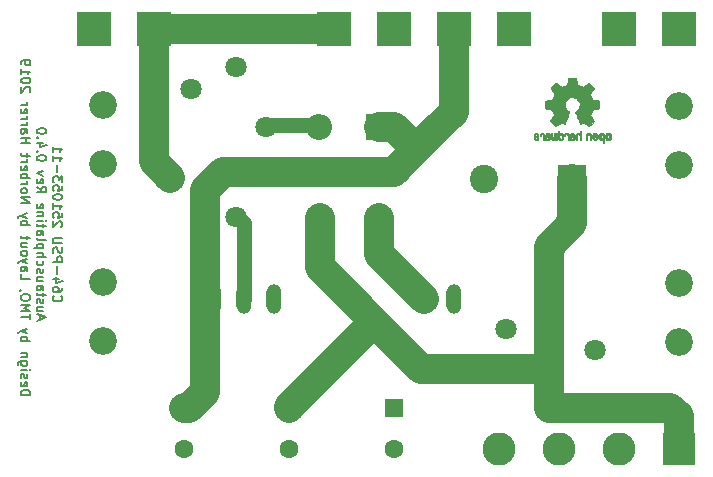
<source format=gbl>
G04 #@! TF.GenerationSoftware,KiCad,Pcbnew,(5.1.6)-1*
G04 #@! TF.CreationDate,2020-08-05T18:30:33+02:00*
G04 #@! TF.ProjectId,C64-PSU-251053-11_Austauschplatine,4336342d-5053-4552-9d32-35313035332d,0.3.1*
G04 #@! TF.SameCoordinates,Original*
G04 #@! TF.FileFunction,Copper,L2,Bot*
G04 #@! TF.FilePolarity,Positive*
%FSLAX46Y46*%
G04 Gerber Fmt 4.6, Leading zero omitted, Abs format (unit mm)*
G04 Created by KiCad (PCBNEW (5.1.6)-1) date 2020-08-05 18:30:33*
%MOMM*%
%LPD*%
G01*
G04 APERTURE LIST*
G04 #@! TA.AperFunction,NonConductor*
%ADD10C,0.300000*%
G04 #@! TD*
G04 #@! TA.AperFunction,NonConductor*
%ADD11C,0.150000*%
G04 #@! TD*
G04 #@! TA.AperFunction,EtchedComponent*
%ADD12C,0.010000*%
G04 #@! TD*
G04 #@! TA.AperFunction,ComponentPad*
%ADD13C,2.400000*%
G04 #@! TD*
G04 #@! TA.AperFunction,ComponentPad*
%ADD14R,3.000000X3.000000*%
G04 #@! TD*
G04 #@! TA.AperFunction,ComponentPad*
%ADD15C,1.800000*%
G04 #@! TD*
G04 #@! TA.AperFunction,ComponentPad*
%ADD16R,1.600000X1.600000*%
G04 #@! TD*
G04 #@! TA.AperFunction,ComponentPad*
%ADD17C,1.600000*%
G04 #@! TD*
G04 #@! TA.AperFunction,ComponentPad*
%ADD18R,2.200000X2.200000*%
G04 #@! TD*
G04 #@! TA.AperFunction,ComponentPad*
%ADD19O,2.200000X2.200000*%
G04 #@! TD*
G04 #@! TA.AperFunction,ComponentPad*
%ADD20R,2.400000X2.400000*%
G04 #@! TD*
G04 #@! TA.AperFunction,ComponentPad*
%ADD21O,1.270000X2.540000*%
G04 #@! TD*
G04 #@! TA.AperFunction,ComponentPad*
%ADD22C,2.349500*%
G04 #@! TD*
G04 #@! TA.AperFunction,ComponentPad*
%ADD23C,2.800000*%
G04 #@! TD*
G04 #@! TA.AperFunction,ComponentPad*
%ADD24R,2.800000X2.800000*%
G04 #@! TD*
G04 #@! TA.AperFunction,Conductor*
%ADD25C,2.540000*%
G04 #@! TD*
G04 #@! TA.AperFunction,Conductor*
%ADD26C,1.270000*%
G04 #@! TD*
G04 APERTURE END LIST*
D10*
D11*
X120444285Y-97497142D02*
X120406190Y-97535238D01*
X120368095Y-97649523D01*
X120368095Y-97725714D01*
X120406190Y-97840000D01*
X120482380Y-97916190D01*
X120558571Y-97954285D01*
X120710952Y-97992380D01*
X120825238Y-97992380D01*
X120977619Y-97954285D01*
X121053809Y-97916190D01*
X121130000Y-97840000D01*
X121168095Y-97725714D01*
X121168095Y-97649523D01*
X121130000Y-97535238D01*
X121091904Y-97497142D01*
X121168095Y-96811428D02*
X121168095Y-96963809D01*
X121130000Y-97040000D01*
X121091904Y-97078095D01*
X120977619Y-97154285D01*
X120825238Y-97192380D01*
X120520476Y-97192380D01*
X120444285Y-97154285D01*
X120406190Y-97116190D01*
X120368095Y-97040000D01*
X120368095Y-96887619D01*
X120406190Y-96811428D01*
X120444285Y-96773333D01*
X120520476Y-96735238D01*
X120710952Y-96735238D01*
X120787142Y-96773333D01*
X120825238Y-96811428D01*
X120863333Y-96887619D01*
X120863333Y-97040000D01*
X120825238Y-97116190D01*
X120787142Y-97154285D01*
X120710952Y-97192380D01*
X120901428Y-96049523D02*
X120368095Y-96049523D01*
X121206190Y-96240000D02*
X120634761Y-96430476D01*
X120634761Y-95935238D01*
X120672857Y-95630476D02*
X120672857Y-95020952D01*
X120368095Y-94640000D02*
X121168095Y-94640000D01*
X121168095Y-94335238D01*
X121130000Y-94259047D01*
X121091904Y-94220952D01*
X121015714Y-94182857D01*
X120901428Y-94182857D01*
X120825238Y-94220952D01*
X120787142Y-94259047D01*
X120749047Y-94335238D01*
X120749047Y-94640000D01*
X120406190Y-93878095D02*
X120368095Y-93763809D01*
X120368095Y-93573333D01*
X120406190Y-93497142D01*
X120444285Y-93459047D01*
X120520476Y-93420952D01*
X120596666Y-93420952D01*
X120672857Y-93459047D01*
X120710952Y-93497142D01*
X120749047Y-93573333D01*
X120787142Y-93725714D01*
X120825238Y-93801904D01*
X120863333Y-93840000D01*
X120939523Y-93878095D01*
X121015714Y-93878095D01*
X121091904Y-93840000D01*
X121130000Y-93801904D01*
X121168095Y-93725714D01*
X121168095Y-93535238D01*
X121130000Y-93420952D01*
X121168095Y-93078095D02*
X120520476Y-93078095D01*
X120444285Y-93040000D01*
X120406190Y-93001904D01*
X120368095Y-92925714D01*
X120368095Y-92773333D01*
X120406190Y-92697142D01*
X120444285Y-92659047D01*
X120520476Y-92620952D01*
X121168095Y-92620952D01*
X121091904Y-91668571D02*
X121130000Y-91630476D01*
X121168095Y-91554285D01*
X121168095Y-91363809D01*
X121130000Y-91287619D01*
X121091904Y-91249523D01*
X121015714Y-91211428D01*
X120939523Y-91211428D01*
X120825238Y-91249523D01*
X120368095Y-91706666D01*
X120368095Y-91211428D01*
X121168095Y-90487619D02*
X121168095Y-90868571D01*
X120787142Y-90906666D01*
X120825238Y-90868571D01*
X120863333Y-90792380D01*
X120863333Y-90601904D01*
X120825238Y-90525714D01*
X120787142Y-90487619D01*
X120710952Y-90449523D01*
X120520476Y-90449523D01*
X120444285Y-90487619D01*
X120406190Y-90525714D01*
X120368095Y-90601904D01*
X120368095Y-90792380D01*
X120406190Y-90868571D01*
X120444285Y-90906666D01*
X120368095Y-89687619D02*
X120368095Y-90144761D01*
X120368095Y-89916190D02*
X121168095Y-89916190D01*
X121053809Y-89992380D01*
X120977619Y-90068571D01*
X120939523Y-90144761D01*
X121168095Y-89192380D02*
X121168095Y-89116190D01*
X121130000Y-89040000D01*
X121091904Y-89001904D01*
X121015714Y-88963809D01*
X120863333Y-88925714D01*
X120672857Y-88925714D01*
X120520476Y-88963809D01*
X120444285Y-89001904D01*
X120406190Y-89040000D01*
X120368095Y-89116190D01*
X120368095Y-89192380D01*
X120406190Y-89268571D01*
X120444285Y-89306666D01*
X120520476Y-89344761D01*
X120672857Y-89382857D01*
X120863333Y-89382857D01*
X121015714Y-89344761D01*
X121091904Y-89306666D01*
X121130000Y-89268571D01*
X121168095Y-89192380D01*
X121168095Y-88201904D02*
X121168095Y-88582857D01*
X120787142Y-88620952D01*
X120825238Y-88582857D01*
X120863333Y-88506666D01*
X120863333Y-88316190D01*
X120825238Y-88240000D01*
X120787142Y-88201904D01*
X120710952Y-88163809D01*
X120520476Y-88163809D01*
X120444285Y-88201904D01*
X120406190Y-88240000D01*
X120368095Y-88316190D01*
X120368095Y-88506666D01*
X120406190Y-88582857D01*
X120444285Y-88620952D01*
X121168095Y-87897142D02*
X121168095Y-87401904D01*
X120863333Y-87668571D01*
X120863333Y-87554285D01*
X120825238Y-87478095D01*
X120787142Y-87440000D01*
X120710952Y-87401904D01*
X120520476Y-87401904D01*
X120444285Y-87440000D01*
X120406190Y-87478095D01*
X120368095Y-87554285D01*
X120368095Y-87782857D01*
X120406190Y-87859047D01*
X120444285Y-87897142D01*
X120672857Y-87059047D02*
X120672857Y-86449523D01*
X120368095Y-85649523D02*
X120368095Y-86106666D01*
X120368095Y-85878095D02*
X121168095Y-85878095D01*
X121053809Y-85954285D01*
X120977619Y-86030476D01*
X120939523Y-86106666D01*
X120368095Y-84887619D02*
X120368095Y-85344761D01*
X120368095Y-85116190D02*
X121168095Y-85116190D01*
X121053809Y-85192380D01*
X120977619Y-85268571D01*
X120939523Y-85344761D01*
X119246666Y-99535238D02*
X119246666Y-99154285D01*
X119018095Y-99611428D02*
X119818095Y-99344761D01*
X119018095Y-99078095D01*
X119551428Y-98468571D02*
X119018095Y-98468571D01*
X119551428Y-98811428D02*
X119132380Y-98811428D01*
X119056190Y-98773333D01*
X119018095Y-98697142D01*
X119018095Y-98582857D01*
X119056190Y-98506666D01*
X119094285Y-98468571D01*
X119056190Y-98125714D02*
X119018095Y-98049523D01*
X119018095Y-97897142D01*
X119056190Y-97820952D01*
X119132380Y-97782857D01*
X119170476Y-97782857D01*
X119246666Y-97820952D01*
X119284761Y-97897142D01*
X119284761Y-98011428D01*
X119322857Y-98087619D01*
X119399047Y-98125714D01*
X119437142Y-98125714D01*
X119513333Y-98087619D01*
X119551428Y-98011428D01*
X119551428Y-97897142D01*
X119513333Y-97820952D01*
X119551428Y-97554285D02*
X119551428Y-97249523D01*
X119818095Y-97440000D02*
X119132380Y-97440000D01*
X119056190Y-97401904D01*
X119018095Y-97325714D01*
X119018095Y-97249523D01*
X119018095Y-96640000D02*
X119437142Y-96640000D01*
X119513333Y-96678095D01*
X119551428Y-96754285D01*
X119551428Y-96906666D01*
X119513333Y-96982857D01*
X119056190Y-96640000D02*
X119018095Y-96716190D01*
X119018095Y-96906666D01*
X119056190Y-96982857D01*
X119132380Y-97020952D01*
X119208571Y-97020952D01*
X119284761Y-96982857D01*
X119322857Y-96906666D01*
X119322857Y-96716190D01*
X119360952Y-96640000D01*
X119551428Y-95916190D02*
X119018095Y-95916190D01*
X119551428Y-96259047D02*
X119132380Y-96259047D01*
X119056190Y-96220952D01*
X119018095Y-96144761D01*
X119018095Y-96030476D01*
X119056190Y-95954285D01*
X119094285Y-95916190D01*
X119056190Y-95573333D02*
X119018095Y-95497142D01*
X119018095Y-95344761D01*
X119056190Y-95268571D01*
X119132380Y-95230476D01*
X119170476Y-95230476D01*
X119246666Y-95268571D01*
X119284761Y-95344761D01*
X119284761Y-95459047D01*
X119322857Y-95535238D01*
X119399047Y-95573333D01*
X119437142Y-95573333D01*
X119513333Y-95535238D01*
X119551428Y-95459047D01*
X119551428Y-95344761D01*
X119513333Y-95268571D01*
X119056190Y-94544761D02*
X119018095Y-94620952D01*
X119018095Y-94773333D01*
X119056190Y-94849523D01*
X119094285Y-94887619D01*
X119170476Y-94925714D01*
X119399047Y-94925714D01*
X119475238Y-94887619D01*
X119513333Y-94849523D01*
X119551428Y-94773333D01*
X119551428Y-94620952D01*
X119513333Y-94544761D01*
X119018095Y-94201904D02*
X119818095Y-94201904D01*
X119018095Y-93859047D02*
X119437142Y-93859047D01*
X119513333Y-93897142D01*
X119551428Y-93973333D01*
X119551428Y-94087619D01*
X119513333Y-94163809D01*
X119475238Y-94201904D01*
X119551428Y-93478095D02*
X118751428Y-93478095D01*
X119513333Y-93478095D02*
X119551428Y-93401904D01*
X119551428Y-93249523D01*
X119513333Y-93173333D01*
X119475238Y-93135238D01*
X119399047Y-93097142D01*
X119170476Y-93097142D01*
X119094285Y-93135238D01*
X119056190Y-93173333D01*
X119018095Y-93249523D01*
X119018095Y-93401904D01*
X119056190Y-93478095D01*
X119018095Y-92640000D02*
X119056190Y-92716190D01*
X119132380Y-92754285D01*
X119818095Y-92754285D01*
X119018095Y-91992380D02*
X119437142Y-91992380D01*
X119513333Y-92030476D01*
X119551428Y-92106666D01*
X119551428Y-92259047D01*
X119513333Y-92335238D01*
X119056190Y-91992380D02*
X119018095Y-92068571D01*
X119018095Y-92259047D01*
X119056190Y-92335238D01*
X119132380Y-92373333D01*
X119208571Y-92373333D01*
X119284761Y-92335238D01*
X119322857Y-92259047D01*
X119322857Y-92068571D01*
X119360952Y-91992380D01*
X119551428Y-91725714D02*
X119551428Y-91420952D01*
X119818095Y-91611428D02*
X119132380Y-91611428D01*
X119056190Y-91573333D01*
X119018095Y-91497142D01*
X119018095Y-91420952D01*
X119018095Y-91154285D02*
X119551428Y-91154285D01*
X119818095Y-91154285D02*
X119780000Y-91192380D01*
X119741904Y-91154285D01*
X119780000Y-91116190D01*
X119818095Y-91154285D01*
X119741904Y-91154285D01*
X119551428Y-90773333D02*
X119018095Y-90773333D01*
X119475238Y-90773333D02*
X119513333Y-90735238D01*
X119551428Y-90659047D01*
X119551428Y-90544761D01*
X119513333Y-90468571D01*
X119437142Y-90430476D01*
X119018095Y-90430476D01*
X119056190Y-89744761D02*
X119018095Y-89820952D01*
X119018095Y-89973333D01*
X119056190Y-90049523D01*
X119132380Y-90087619D01*
X119437142Y-90087619D01*
X119513333Y-90049523D01*
X119551428Y-89973333D01*
X119551428Y-89820952D01*
X119513333Y-89744761D01*
X119437142Y-89706666D01*
X119360952Y-89706666D01*
X119284761Y-90087619D01*
X119018095Y-88297142D02*
X119399047Y-88563809D01*
X119018095Y-88754285D02*
X119818095Y-88754285D01*
X119818095Y-88449523D01*
X119780000Y-88373333D01*
X119741904Y-88335238D01*
X119665714Y-88297142D01*
X119551428Y-88297142D01*
X119475238Y-88335238D01*
X119437142Y-88373333D01*
X119399047Y-88449523D01*
X119399047Y-88754285D01*
X119056190Y-87649523D02*
X119018095Y-87725714D01*
X119018095Y-87878095D01*
X119056190Y-87954285D01*
X119132380Y-87992380D01*
X119437142Y-87992380D01*
X119513333Y-87954285D01*
X119551428Y-87878095D01*
X119551428Y-87725714D01*
X119513333Y-87649523D01*
X119437142Y-87611428D01*
X119360952Y-87611428D01*
X119284761Y-87992380D01*
X119551428Y-87344761D02*
X119018095Y-87154285D01*
X119551428Y-86963809D01*
X119818095Y-85897142D02*
X119818095Y-85820952D01*
X119780000Y-85744761D01*
X119741904Y-85706666D01*
X119665714Y-85668571D01*
X119513333Y-85630476D01*
X119322857Y-85630476D01*
X119170476Y-85668571D01*
X119094285Y-85706666D01*
X119056190Y-85744761D01*
X119018095Y-85820952D01*
X119018095Y-85897142D01*
X119056190Y-85973333D01*
X119094285Y-86011428D01*
X119170476Y-86049523D01*
X119322857Y-86087619D01*
X119513333Y-86087619D01*
X119665714Y-86049523D01*
X119741904Y-86011428D01*
X119780000Y-85973333D01*
X119818095Y-85897142D01*
X119094285Y-85287619D02*
X119056190Y-85249523D01*
X119018095Y-85287619D01*
X119056190Y-85325714D01*
X119094285Y-85287619D01*
X119018095Y-85287619D01*
X119551428Y-84563809D02*
X119018095Y-84563809D01*
X119856190Y-84754285D02*
X119284761Y-84944761D01*
X119284761Y-84449523D01*
X119094285Y-84144761D02*
X119056190Y-84106666D01*
X119018095Y-84144761D01*
X119056190Y-84182857D01*
X119094285Y-84144761D01*
X119018095Y-84144761D01*
X119818095Y-83611428D02*
X119818095Y-83535238D01*
X119780000Y-83459047D01*
X119741904Y-83420952D01*
X119665714Y-83382857D01*
X119513333Y-83344761D01*
X119322857Y-83344761D01*
X119170476Y-83382857D01*
X119094285Y-83420952D01*
X119056190Y-83459047D01*
X119018095Y-83535238D01*
X119018095Y-83611428D01*
X119056190Y-83687619D01*
X119094285Y-83725714D01*
X119170476Y-83763809D01*
X119322857Y-83801904D01*
X119513333Y-83801904D01*
X119665714Y-83763809D01*
X119741904Y-83725714D01*
X119780000Y-83687619D01*
X119818095Y-83611428D01*
X117668095Y-105916190D02*
X118468095Y-105916190D01*
X118468095Y-105725714D01*
X118430000Y-105611428D01*
X118353809Y-105535238D01*
X118277619Y-105497142D01*
X118125238Y-105459047D01*
X118010952Y-105459047D01*
X117858571Y-105497142D01*
X117782380Y-105535238D01*
X117706190Y-105611428D01*
X117668095Y-105725714D01*
X117668095Y-105916190D01*
X117706190Y-104811428D02*
X117668095Y-104887619D01*
X117668095Y-105040000D01*
X117706190Y-105116190D01*
X117782380Y-105154285D01*
X118087142Y-105154285D01*
X118163333Y-105116190D01*
X118201428Y-105040000D01*
X118201428Y-104887619D01*
X118163333Y-104811428D01*
X118087142Y-104773333D01*
X118010952Y-104773333D01*
X117934761Y-105154285D01*
X117706190Y-104468571D02*
X117668095Y-104392380D01*
X117668095Y-104240000D01*
X117706190Y-104163809D01*
X117782380Y-104125714D01*
X117820476Y-104125714D01*
X117896666Y-104163809D01*
X117934761Y-104240000D01*
X117934761Y-104354285D01*
X117972857Y-104430476D01*
X118049047Y-104468571D01*
X118087142Y-104468571D01*
X118163333Y-104430476D01*
X118201428Y-104354285D01*
X118201428Y-104240000D01*
X118163333Y-104163809D01*
X117668095Y-103782857D02*
X118201428Y-103782857D01*
X118468095Y-103782857D02*
X118430000Y-103820952D01*
X118391904Y-103782857D01*
X118430000Y-103744761D01*
X118468095Y-103782857D01*
X118391904Y-103782857D01*
X118201428Y-103059047D02*
X117553809Y-103059047D01*
X117477619Y-103097142D01*
X117439523Y-103135238D01*
X117401428Y-103211428D01*
X117401428Y-103325714D01*
X117439523Y-103401904D01*
X117706190Y-103059047D02*
X117668095Y-103135238D01*
X117668095Y-103287619D01*
X117706190Y-103363809D01*
X117744285Y-103401904D01*
X117820476Y-103440000D01*
X118049047Y-103440000D01*
X118125238Y-103401904D01*
X118163333Y-103363809D01*
X118201428Y-103287619D01*
X118201428Y-103135238D01*
X118163333Y-103059047D01*
X118201428Y-102678095D02*
X117668095Y-102678095D01*
X118125238Y-102678095D02*
X118163333Y-102640000D01*
X118201428Y-102563809D01*
X118201428Y-102449523D01*
X118163333Y-102373333D01*
X118087142Y-102335238D01*
X117668095Y-102335238D01*
X117668095Y-101344761D02*
X118468095Y-101344761D01*
X118163333Y-101344761D02*
X118201428Y-101268571D01*
X118201428Y-101116190D01*
X118163333Y-101040000D01*
X118125238Y-101001904D01*
X118049047Y-100963809D01*
X117820476Y-100963809D01*
X117744285Y-101001904D01*
X117706190Y-101040000D01*
X117668095Y-101116190D01*
X117668095Y-101268571D01*
X117706190Y-101344761D01*
X118201428Y-100697142D02*
X117668095Y-100506666D01*
X118201428Y-100316190D02*
X117668095Y-100506666D01*
X117477619Y-100582857D01*
X117439523Y-100620952D01*
X117401428Y-100697142D01*
X118468095Y-99516190D02*
X118468095Y-99059047D01*
X117668095Y-99287619D02*
X118468095Y-99287619D01*
X117668095Y-98792380D02*
X118468095Y-98792380D01*
X117896666Y-98525714D01*
X118468095Y-98259047D01*
X117668095Y-98259047D01*
X118468095Y-97725714D02*
X118468095Y-97573333D01*
X118430000Y-97497142D01*
X118353809Y-97420952D01*
X118201428Y-97382857D01*
X117934761Y-97382857D01*
X117782380Y-97420952D01*
X117706190Y-97497142D01*
X117668095Y-97573333D01*
X117668095Y-97725714D01*
X117706190Y-97801904D01*
X117782380Y-97878095D01*
X117934761Y-97916190D01*
X118201428Y-97916190D01*
X118353809Y-97878095D01*
X118430000Y-97801904D01*
X118468095Y-97725714D01*
X117706190Y-97001904D02*
X117668095Y-97001904D01*
X117591904Y-97040000D01*
X117553809Y-97078095D01*
X117668095Y-95668571D02*
X117668095Y-96049523D01*
X118468095Y-96049523D01*
X117668095Y-95059047D02*
X118087142Y-95059047D01*
X118163333Y-95097142D01*
X118201428Y-95173333D01*
X118201428Y-95325714D01*
X118163333Y-95401904D01*
X117706190Y-95059047D02*
X117668095Y-95135238D01*
X117668095Y-95325714D01*
X117706190Y-95401904D01*
X117782380Y-95440000D01*
X117858571Y-95440000D01*
X117934761Y-95401904D01*
X117972857Y-95325714D01*
X117972857Y-95135238D01*
X118010952Y-95059047D01*
X118201428Y-94754285D02*
X117668095Y-94563809D01*
X118201428Y-94373333D02*
X117668095Y-94563809D01*
X117477619Y-94640000D01*
X117439523Y-94678095D01*
X117401428Y-94754285D01*
X117668095Y-93954285D02*
X117706190Y-94030476D01*
X117744285Y-94068571D01*
X117820476Y-94106666D01*
X118049047Y-94106666D01*
X118125238Y-94068571D01*
X118163333Y-94030476D01*
X118201428Y-93954285D01*
X118201428Y-93840000D01*
X118163333Y-93763809D01*
X118125238Y-93725714D01*
X118049047Y-93687619D01*
X117820476Y-93687619D01*
X117744285Y-93725714D01*
X117706190Y-93763809D01*
X117668095Y-93840000D01*
X117668095Y-93954285D01*
X118201428Y-93001904D02*
X117668095Y-93001904D01*
X118201428Y-93344761D02*
X117782380Y-93344761D01*
X117706190Y-93306666D01*
X117668095Y-93230476D01*
X117668095Y-93116190D01*
X117706190Y-93040000D01*
X117744285Y-93001904D01*
X118201428Y-92735238D02*
X118201428Y-92430476D01*
X118468095Y-92620952D02*
X117782380Y-92620952D01*
X117706190Y-92582857D01*
X117668095Y-92506666D01*
X117668095Y-92430476D01*
X117668095Y-91554285D02*
X118468095Y-91554285D01*
X118163333Y-91554285D02*
X118201428Y-91478095D01*
X118201428Y-91325714D01*
X118163333Y-91249523D01*
X118125238Y-91211428D01*
X118049047Y-91173333D01*
X117820476Y-91173333D01*
X117744285Y-91211428D01*
X117706190Y-91249523D01*
X117668095Y-91325714D01*
X117668095Y-91478095D01*
X117706190Y-91554285D01*
X118201428Y-90906666D02*
X117668095Y-90716190D01*
X118201428Y-90525714D02*
X117668095Y-90716190D01*
X117477619Y-90792380D01*
X117439523Y-90830476D01*
X117401428Y-90906666D01*
X117668095Y-89611428D02*
X118468095Y-89611428D01*
X117668095Y-89154285D01*
X118468095Y-89154285D01*
X117668095Y-88659047D02*
X117706190Y-88735238D01*
X117744285Y-88773333D01*
X117820476Y-88811428D01*
X118049047Y-88811428D01*
X118125238Y-88773333D01*
X118163333Y-88735238D01*
X118201428Y-88659047D01*
X118201428Y-88544761D01*
X118163333Y-88468571D01*
X118125238Y-88430476D01*
X118049047Y-88392380D01*
X117820476Y-88392380D01*
X117744285Y-88430476D01*
X117706190Y-88468571D01*
X117668095Y-88544761D01*
X117668095Y-88659047D01*
X117668095Y-88049523D02*
X118201428Y-88049523D01*
X118049047Y-88049523D02*
X118125238Y-88011428D01*
X118163333Y-87973333D01*
X118201428Y-87897142D01*
X118201428Y-87820952D01*
X117668095Y-87554285D02*
X118468095Y-87554285D01*
X118163333Y-87554285D02*
X118201428Y-87478095D01*
X118201428Y-87325714D01*
X118163333Y-87249523D01*
X118125238Y-87211428D01*
X118049047Y-87173333D01*
X117820476Y-87173333D01*
X117744285Y-87211428D01*
X117706190Y-87249523D01*
X117668095Y-87325714D01*
X117668095Y-87478095D01*
X117706190Y-87554285D01*
X117706190Y-86525714D02*
X117668095Y-86601904D01*
X117668095Y-86754285D01*
X117706190Y-86830476D01*
X117782380Y-86868571D01*
X118087142Y-86868571D01*
X118163333Y-86830476D01*
X118201428Y-86754285D01*
X118201428Y-86601904D01*
X118163333Y-86525714D01*
X118087142Y-86487619D01*
X118010952Y-86487619D01*
X117934761Y-86868571D01*
X117668095Y-86144761D02*
X118201428Y-86144761D01*
X118049047Y-86144761D02*
X118125238Y-86106666D01*
X118163333Y-86068571D01*
X118201428Y-85992380D01*
X118201428Y-85916190D01*
X118201428Y-85763809D02*
X118201428Y-85459047D01*
X118468095Y-85649523D02*
X117782380Y-85649523D01*
X117706190Y-85611428D01*
X117668095Y-85535238D01*
X117668095Y-85459047D01*
X117668095Y-84582857D02*
X118468095Y-84582857D01*
X118087142Y-84582857D02*
X118087142Y-84125714D01*
X117668095Y-84125714D02*
X118468095Y-84125714D01*
X117668095Y-83401904D02*
X118087142Y-83401904D01*
X118163333Y-83440000D01*
X118201428Y-83516190D01*
X118201428Y-83668571D01*
X118163333Y-83744761D01*
X117706190Y-83401904D02*
X117668095Y-83478095D01*
X117668095Y-83668571D01*
X117706190Y-83744761D01*
X117782380Y-83782857D01*
X117858571Y-83782857D01*
X117934761Y-83744761D01*
X117972857Y-83668571D01*
X117972857Y-83478095D01*
X118010952Y-83401904D01*
X117668095Y-83020952D02*
X118201428Y-83020952D01*
X118049047Y-83020952D02*
X118125238Y-82982857D01*
X118163333Y-82944761D01*
X118201428Y-82868571D01*
X118201428Y-82792380D01*
X117668095Y-82525714D02*
X118201428Y-82525714D01*
X118049047Y-82525714D02*
X118125238Y-82487619D01*
X118163333Y-82449523D01*
X118201428Y-82373333D01*
X118201428Y-82297142D01*
X117706190Y-81725714D02*
X117668095Y-81801904D01*
X117668095Y-81954285D01*
X117706190Y-82030476D01*
X117782380Y-82068571D01*
X118087142Y-82068571D01*
X118163333Y-82030476D01*
X118201428Y-81954285D01*
X118201428Y-81801904D01*
X118163333Y-81725714D01*
X118087142Y-81687619D01*
X118010952Y-81687619D01*
X117934761Y-82068571D01*
X117668095Y-81344761D02*
X118201428Y-81344761D01*
X118049047Y-81344761D02*
X118125238Y-81306666D01*
X118163333Y-81268571D01*
X118201428Y-81192380D01*
X118201428Y-81116190D01*
X118391904Y-80278095D02*
X118430000Y-80240000D01*
X118468095Y-80163809D01*
X118468095Y-79973333D01*
X118430000Y-79897142D01*
X118391904Y-79859047D01*
X118315714Y-79820952D01*
X118239523Y-79820952D01*
X118125238Y-79859047D01*
X117668095Y-80316190D01*
X117668095Y-79820952D01*
X118468095Y-79325714D02*
X118468095Y-79249523D01*
X118430000Y-79173333D01*
X118391904Y-79135238D01*
X118315714Y-79097142D01*
X118163333Y-79059047D01*
X117972857Y-79059047D01*
X117820476Y-79097142D01*
X117744285Y-79135238D01*
X117706190Y-79173333D01*
X117668095Y-79249523D01*
X117668095Y-79325714D01*
X117706190Y-79401904D01*
X117744285Y-79440000D01*
X117820476Y-79478095D01*
X117972857Y-79516190D01*
X118163333Y-79516190D01*
X118315714Y-79478095D01*
X118391904Y-79440000D01*
X118430000Y-79401904D01*
X118468095Y-79325714D01*
X117668095Y-78297142D02*
X117668095Y-78754285D01*
X117668095Y-78525714D02*
X118468095Y-78525714D01*
X118353809Y-78601904D01*
X118277619Y-78678095D01*
X118239523Y-78754285D01*
X117668095Y-77916190D02*
X117668095Y-77763809D01*
X117706190Y-77687619D01*
X117744285Y-77649523D01*
X117858571Y-77573333D01*
X118010952Y-77535238D01*
X118315714Y-77535238D01*
X118391904Y-77573333D01*
X118430000Y-77611428D01*
X118468095Y-77687619D01*
X118468095Y-77840000D01*
X118430000Y-77916190D01*
X118391904Y-77954285D01*
X118315714Y-77992380D01*
X118125238Y-77992380D01*
X118049047Y-77954285D01*
X118010952Y-77916190D01*
X117972857Y-77840000D01*
X117972857Y-77687619D01*
X118010952Y-77611428D01*
X118049047Y-77573333D01*
X118125238Y-77535238D01*
D12*
G36*
X164234090Y-79030348D02*
G01*
X164155546Y-79030778D01*
X164098702Y-79031942D01*
X164059895Y-79034207D01*
X164035462Y-79037940D01*
X164021738Y-79043506D01*
X164015060Y-79051273D01*
X164011764Y-79061605D01*
X164011444Y-79062943D01*
X164006438Y-79087079D01*
X163997171Y-79134701D01*
X163984608Y-79200741D01*
X163969713Y-79280128D01*
X163953449Y-79367796D01*
X163952881Y-79370875D01*
X163936590Y-79456789D01*
X163921348Y-79532696D01*
X163908139Y-79594045D01*
X163897946Y-79636282D01*
X163891752Y-79654855D01*
X163891457Y-79655184D01*
X163873212Y-79664253D01*
X163835595Y-79679367D01*
X163786729Y-79697262D01*
X163786457Y-79697358D01*
X163724907Y-79720493D01*
X163652343Y-79749965D01*
X163583943Y-79779597D01*
X163580706Y-79781062D01*
X163469298Y-79831626D01*
X163222601Y-79663160D01*
X163146923Y-79611803D01*
X163078369Y-79565889D01*
X163020912Y-79528030D01*
X162978524Y-79500837D01*
X162955175Y-79486921D01*
X162952958Y-79485889D01*
X162935990Y-79490484D01*
X162904299Y-79512655D01*
X162856648Y-79553447D01*
X162791802Y-79613905D01*
X162725603Y-79678227D01*
X162661786Y-79741612D01*
X162604671Y-79799451D01*
X162557695Y-79848175D01*
X162524297Y-79884210D01*
X162507915Y-79903984D01*
X162507306Y-79905002D01*
X162505495Y-79918572D01*
X162512317Y-79940733D01*
X162529460Y-79974478D01*
X162558607Y-80022800D01*
X162601445Y-80088692D01*
X162658552Y-80173517D01*
X162709234Y-80248177D01*
X162754539Y-80315140D01*
X162791850Y-80370516D01*
X162818548Y-80410420D01*
X162832015Y-80430962D01*
X162832863Y-80432356D01*
X162831219Y-80452038D01*
X162818755Y-80490293D01*
X162797952Y-80539889D01*
X162790538Y-80555728D01*
X162758186Y-80626290D01*
X162723672Y-80706353D01*
X162695635Y-80775629D01*
X162675432Y-80827045D01*
X162659385Y-80866119D01*
X162650112Y-80886541D01*
X162648959Y-80888114D01*
X162631904Y-80890721D01*
X162591702Y-80897863D01*
X162533698Y-80908523D01*
X162463237Y-80921685D01*
X162385665Y-80936333D01*
X162306328Y-80951449D01*
X162230569Y-80966018D01*
X162163736Y-80979022D01*
X162111172Y-80989445D01*
X162078224Y-80996270D01*
X162070143Y-80998199D01*
X162061795Y-81002962D01*
X162055494Y-81013718D01*
X162050955Y-81034098D01*
X162047896Y-81067734D01*
X162046033Y-81118255D01*
X162045082Y-81189292D01*
X162044760Y-81284476D01*
X162044743Y-81323492D01*
X162044743Y-81640799D01*
X162120943Y-81655839D01*
X162163337Y-81663995D01*
X162226600Y-81675899D01*
X162303038Y-81690116D01*
X162384957Y-81705210D01*
X162407600Y-81709355D01*
X162483194Y-81724053D01*
X162549047Y-81738505D01*
X162599634Y-81751375D01*
X162629426Y-81761322D01*
X162634388Y-81764287D01*
X162646574Y-81785283D01*
X162664047Y-81825967D01*
X162683423Y-81878322D01*
X162687266Y-81889600D01*
X162712661Y-81959523D01*
X162744183Y-82038418D01*
X162775031Y-82109266D01*
X162775183Y-82109595D01*
X162826553Y-82220733D01*
X162657601Y-82469253D01*
X162488648Y-82717772D01*
X162705571Y-82935058D01*
X162771181Y-82999726D01*
X162831021Y-83056733D01*
X162881733Y-83103033D01*
X162919954Y-83135584D01*
X162942325Y-83151343D01*
X162945534Y-83152343D01*
X162964374Y-83144469D01*
X163002820Y-83122578D01*
X163056670Y-83089267D01*
X163121724Y-83047131D01*
X163192060Y-82999943D01*
X163263445Y-82951810D01*
X163327092Y-82909928D01*
X163378959Y-82876871D01*
X163415005Y-82855218D01*
X163431133Y-82847543D01*
X163450811Y-82854037D01*
X163488125Y-82871150D01*
X163535379Y-82895326D01*
X163540388Y-82898013D01*
X163604023Y-82929927D01*
X163647659Y-82945579D01*
X163674798Y-82945745D01*
X163688943Y-82931204D01*
X163689025Y-82931000D01*
X163696095Y-82913779D01*
X163712958Y-82872899D01*
X163738305Y-82811525D01*
X163770829Y-82732819D01*
X163809222Y-82639947D01*
X163852178Y-82536072D01*
X163893778Y-82435502D01*
X163939496Y-82324516D01*
X163981474Y-82221703D01*
X164018452Y-82130215D01*
X164049173Y-82053201D01*
X164072378Y-81993815D01*
X164086810Y-81955209D01*
X164091257Y-81940800D01*
X164080104Y-81924272D01*
X164050931Y-81897930D01*
X164012029Y-81868887D01*
X163901243Y-81777039D01*
X163814649Y-81671759D01*
X163753284Y-81555266D01*
X163718185Y-81429776D01*
X163710392Y-81297507D01*
X163716057Y-81236457D01*
X163746922Y-81109795D01*
X163800080Y-80997941D01*
X163872233Y-80902001D01*
X163960083Y-80823076D01*
X164060335Y-80762270D01*
X164169690Y-80720687D01*
X164284853Y-80699428D01*
X164402525Y-80699599D01*
X164519410Y-80722301D01*
X164632211Y-80768638D01*
X164737631Y-80839713D01*
X164781632Y-80879911D01*
X164866021Y-80983129D01*
X164924778Y-81095925D01*
X164958296Y-81215010D01*
X164966965Y-81337095D01*
X164951177Y-81458893D01*
X164911322Y-81577116D01*
X164847793Y-81688475D01*
X164760979Y-81789684D01*
X164663971Y-81868887D01*
X164623563Y-81899162D01*
X164595018Y-81925219D01*
X164584743Y-81940825D01*
X164590123Y-81957843D01*
X164605425Y-81998500D01*
X164629388Y-82059642D01*
X164660756Y-82138119D01*
X164698268Y-82230780D01*
X164740667Y-82334472D01*
X164782337Y-82435526D01*
X164828310Y-82546607D01*
X164870893Y-82649541D01*
X164908779Y-82741165D01*
X164940660Y-82818316D01*
X164965229Y-82877831D01*
X164981180Y-82916544D01*
X164987090Y-82931000D01*
X165001052Y-82945685D01*
X165028060Y-82945642D01*
X165071587Y-82930099D01*
X165135110Y-82898284D01*
X165135612Y-82898013D01*
X165183440Y-82873323D01*
X165222103Y-82855338D01*
X165243905Y-82847614D01*
X165244867Y-82847543D01*
X165261279Y-82855378D01*
X165297513Y-82877165D01*
X165349526Y-82910328D01*
X165413275Y-82952291D01*
X165483940Y-82999943D01*
X165555884Y-83048191D01*
X165620726Y-83090151D01*
X165674265Y-83123227D01*
X165712303Y-83144821D01*
X165730467Y-83152343D01*
X165747192Y-83142457D01*
X165780820Y-83114826D01*
X165827990Y-83072495D01*
X165885342Y-83018505D01*
X165949516Y-82955899D01*
X165970503Y-82934983D01*
X166187501Y-82717623D01*
X166022332Y-82475220D01*
X165972136Y-82400781D01*
X165928081Y-82333972D01*
X165892638Y-82278665D01*
X165868281Y-82238729D01*
X165857478Y-82218036D01*
X165857162Y-82216563D01*
X165862857Y-82197058D01*
X165878174Y-82157822D01*
X165900463Y-82105430D01*
X165916107Y-82070355D01*
X165945359Y-82003201D01*
X165972906Y-81935358D01*
X165994263Y-81878034D01*
X166000065Y-81860572D01*
X166016548Y-81813938D01*
X166032660Y-81777905D01*
X166041510Y-81764287D01*
X166061040Y-81755952D01*
X166103666Y-81744137D01*
X166163855Y-81730181D01*
X166236078Y-81715422D01*
X166268400Y-81709355D01*
X166350478Y-81694273D01*
X166429205Y-81679669D01*
X166496891Y-81666980D01*
X166545840Y-81657642D01*
X166555057Y-81655839D01*
X166631257Y-81640799D01*
X166631257Y-81323492D01*
X166631086Y-81219154D01*
X166630384Y-81140213D01*
X166628866Y-81083038D01*
X166626251Y-81043999D01*
X166622254Y-81019465D01*
X166616591Y-81005805D01*
X166608980Y-80999389D01*
X166605857Y-80998199D01*
X166587022Y-80993980D01*
X166545412Y-80985562D01*
X166486370Y-80973961D01*
X166415243Y-80960195D01*
X166337375Y-80945280D01*
X166258113Y-80930232D01*
X166182802Y-80916069D01*
X166116787Y-80903806D01*
X166065413Y-80894461D01*
X166034025Y-80889050D01*
X166027041Y-80888114D01*
X166020715Y-80875596D01*
X166006710Y-80842246D01*
X165987645Y-80794377D01*
X165980366Y-80775629D01*
X165951004Y-80703195D01*
X165916429Y-80623170D01*
X165885463Y-80555728D01*
X165862677Y-80504159D01*
X165847518Y-80461785D01*
X165842458Y-80435834D01*
X165843264Y-80432356D01*
X165853959Y-80415936D01*
X165878380Y-80379417D01*
X165913905Y-80326687D01*
X165957913Y-80261635D01*
X166007783Y-80188151D01*
X166017644Y-80173645D01*
X166075508Y-80087704D01*
X166118044Y-80022261D01*
X166146946Y-79974304D01*
X166163910Y-79940820D01*
X166170633Y-79918795D01*
X166168810Y-79905217D01*
X166168764Y-79905131D01*
X166154414Y-79887297D01*
X166122677Y-79852817D01*
X166076990Y-79805268D01*
X166020796Y-79748222D01*
X165957532Y-79685255D01*
X165950398Y-79678227D01*
X165870670Y-79601020D01*
X165809143Y-79544330D01*
X165764579Y-79507110D01*
X165735743Y-79488315D01*
X165723042Y-79485889D01*
X165704506Y-79496471D01*
X165666039Y-79520916D01*
X165611614Y-79556612D01*
X165545202Y-79600947D01*
X165470775Y-79651311D01*
X165453399Y-79663160D01*
X165206703Y-79831626D01*
X165095294Y-79781062D01*
X165027543Y-79751595D01*
X164954817Y-79721959D01*
X164892297Y-79698330D01*
X164889543Y-79697358D01*
X164840640Y-79679457D01*
X164802943Y-79664320D01*
X164784575Y-79655210D01*
X164784544Y-79655184D01*
X164778715Y-79638717D01*
X164768808Y-79598219D01*
X164755805Y-79538242D01*
X164740691Y-79463340D01*
X164724448Y-79378064D01*
X164723119Y-79370875D01*
X164706825Y-79283014D01*
X164691867Y-79203260D01*
X164679209Y-79136681D01*
X164669814Y-79088347D01*
X164664646Y-79063325D01*
X164664556Y-79062943D01*
X164661411Y-79052299D01*
X164655296Y-79044262D01*
X164642547Y-79038467D01*
X164619500Y-79034547D01*
X164582491Y-79032135D01*
X164527856Y-79030865D01*
X164451933Y-79030371D01*
X164351056Y-79030286D01*
X164338000Y-79030286D01*
X164234090Y-79030348D01*
G37*
X164234090Y-79030348D02*
X164155546Y-79030778D01*
X164098702Y-79031942D01*
X164059895Y-79034207D01*
X164035462Y-79037940D01*
X164021738Y-79043506D01*
X164015060Y-79051273D01*
X164011764Y-79061605D01*
X164011444Y-79062943D01*
X164006438Y-79087079D01*
X163997171Y-79134701D01*
X163984608Y-79200741D01*
X163969713Y-79280128D01*
X163953449Y-79367796D01*
X163952881Y-79370875D01*
X163936590Y-79456789D01*
X163921348Y-79532696D01*
X163908139Y-79594045D01*
X163897946Y-79636282D01*
X163891752Y-79654855D01*
X163891457Y-79655184D01*
X163873212Y-79664253D01*
X163835595Y-79679367D01*
X163786729Y-79697262D01*
X163786457Y-79697358D01*
X163724907Y-79720493D01*
X163652343Y-79749965D01*
X163583943Y-79779597D01*
X163580706Y-79781062D01*
X163469298Y-79831626D01*
X163222601Y-79663160D01*
X163146923Y-79611803D01*
X163078369Y-79565889D01*
X163020912Y-79528030D01*
X162978524Y-79500837D01*
X162955175Y-79486921D01*
X162952958Y-79485889D01*
X162935990Y-79490484D01*
X162904299Y-79512655D01*
X162856648Y-79553447D01*
X162791802Y-79613905D01*
X162725603Y-79678227D01*
X162661786Y-79741612D01*
X162604671Y-79799451D01*
X162557695Y-79848175D01*
X162524297Y-79884210D01*
X162507915Y-79903984D01*
X162507306Y-79905002D01*
X162505495Y-79918572D01*
X162512317Y-79940733D01*
X162529460Y-79974478D01*
X162558607Y-80022800D01*
X162601445Y-80088692D01*
X162658552Y-80173517D01*
X162709234Y-80248177D01*
X162754539Y-80315140D01*
X162791850Y-80370516D01*
X162818548Y-80410420D01*
X162832015Y-80430962D01*
X162832863Y-80432356D01*
X162831219Y-80452038D01*
X162818755Y-80490293D01*
X162797952Y-80539889D01*
X162790538Y-80555728D01*
X162758186Y-80626290D01*
X162723672Y-80706353D01*
X162695635Y-80775629D01*
X162675432Y-80827045D01*
X162659385Y-80866119D01*
X162650112Y-80886541D01*
X162648959Y-80888114D01*
X162631904Y-80890721D01*
X162591702Y-80897863D01*
X162533698Y-80908523D01*
X162463237Y-80921685D01*
X162385665Y-80936333D01*
X162306328Y-80951449D01*
X162230569Y-80966018D01*
X162163736Y-80979022D01*
X162111172Y-80989445D01*
X162078224Y-80996270D01*
X162070143Y-80998199D01*
X162061795Y-81002962D01*
X162055494Y-81013718D01*
X162050955Y-81034098D01*
X162047896Y-81067734D01*
X162046033Y-81118255D01*
X162045082Y-81189292D01*
X162044760Y-81284476D01*
X162044743Y-81323492D01*
X162044743Y-81640799D01*
X162120943Y-81655839D01*
X162163337Y-81663995D01*
X162226600Y-81675899D01*
X162303038Y-81690116D01*
X162384957Y-81705210D01*
X162407600Y-81709355D01*
X162483194Y-81724053D01*
X162549047Y-81738505D01*
X162599634Y-81751375D01*
X162629426Y-81761322D01*
X162634388Y-81764287D01*
X162646574Y-81785283D01*
X162664047Y-81825967D01*
X162683423Y-81878322D01*
X162687266Y-81889600D01*
X162712661Y-81959523D01*
X162744183Y-82038418D01*
X162775031Y-82109266D01*
X162775183Y-82109595D01*
X162826553Y-82220733D01*
X162657601Y-82469253D01*
X162488648Y-82717772D01*
X162705571Y-82935058D01*
X162771181Y-82999726D01*
X162831021Y-83056733D01*
X162881733Y-83103033D01*
X162919954Y-83135584D01*
X162942325Y-83151343D01*
X162945534Y-83152343D01*
X162964374Y-83144469D01*
X163002820Y-83122578D01*
X163056670Y-83089267D01*
X163121724Y-83047131D01*
X163192060Y-82999943D01*
X163263445Y-82951810D01*
X163327092Y-82909928D01*
X163378959Y-82876871D01*
X163415005Y-82855218D01*
X163431133Y-82847543D01*
X163450811Y-82854037D01*
X163488125Y-82871150D01*
X163535379Y-82895326D01*
X163540388Y-82898013D01*
X163604023Y-82929927D01*
X163647659Y-82945579D01*
X163674798Y-82945745D01*
X163688943Y-82931204D01*
X163689025Y-82931000D01*
X163696095Y-82913779D01*
X163712958Y-82872899D01*
X163738305Y-82811525D01*
X163770829Y-82732819D01*
X163809222Y-82639947D01*
X163852178Y-82536072D01*
X163893778Y-82435502D01*
X163939496Y-82324516D01*
X163981474Y-82221703D01*
X164018452Y-82130215D01*
X164049173Y-82053201D01*
X164072378Y-81993815D01*
X164086810Y-81955209D01*
X164091257Y-81940800D01*
X164080104Y-81924272D01*
X164050931Y-81897930D01*
X164012029Y-81868887D01*
X163901243Y-81777039D01*
X163814649Y-81671759D01*
X163753284Y-81555266D01*
X163718185Y-81429776D01*
X163710392Y-81297507D01*
X163716057Y-81236457D01*
X163746922Y-81109795D01*
X163800080Y-80997941D01*
X163872233Y-80902001D01*
X163960083Y-80823076D01*
X164060335Y-80762270D01*
X164169690Y-80720687D01*
X164284853Y-80699428D01*
X164402525Y-80699599D01*
X164519410Y-80722301D01*
X164632211Y-80768638D01*
X164737631Y-80839713D01*
X164781632Y-80879911D01*
X164866021Y-80983129D01*
X164924778Y-81095925D01*
X164958296Y-81215010D01*
X164966965Y-81337095D01*
X164951177Y-81458893D01*
X164911322Y-81577116D01*
X164847793Y-81688475D01*
X164760979Y-81789684D01*
X164663971Y-81868887D01*
X164623563Y-81899162D01*
X164595018Y-81925219D01*
X164584743Y-81940825D01*
X164590123Y-81957843D01*
X164605425Y-81998500D01*
X164629388Y-82059642D01*
X164660756Y-82138119D01*
X164698268Y-82230780D01*
X164740667Y-82334472D01*
X164782337Y-82435526D01*
X164828310Y-82546607D01*
X164870893Y-82649541D01*
X164908779Y-82741165D01*
X164940660Y-82818316D01*
X164965229Y-82877831D01*
X164981180Y-82916544D01*
X164987090Y-82931000D01*
X165001052Y-82945685D01*
X165028060Y-82945642D01*
X165071587Y-82930099D01*
X165135110Y-82898284D01*
X165135612Y-82898013D01*
X165183440Y-82873323D01*
X165222103Y-82855338D01*
X165243905Y-82847614D01*
X165244867Y-82847543D01*
X165261279Y-82855378D01*
X165297513Y-82877165D01*
X165349526Y-82910328D01*
X165413275Y-82952291D01*
X165483940Y-82999943D01*
X165555884Y-83048191D01*
X165620726Y-83090151D01*
X165674265Y-83123227D01*
X165712303Y-83144821D01*
X165730467Y-83152343D01*
X165747192Y-83142457D01*
X165780820Y-83114826D01*
X165827990Y-83072495D01*
X165885342Y-83018505D01*
X165949516Y-82955899D01*
X165970503Y-82934983D01*
X166187501Y-82717623D01*
X166022332Y-82475220D01*
X165972136Y-82400781D01*
X165928081Y-82333972D01*
X165892638Y-82278665D01*
X165868281Y-82238729D01*
X165857478Y-82218036D01*
X165857162Y-82216563D01*
X165862857Y-82197058D01*
X165878174Y-82157822D01*
X165900463Y-82105430D01*
X165916107Y-82070355D01*
X165945359Y-82003201D01*
X165972906Y-81935358D01*
X165994263Y-81878034D01*
X166000065Y-81860572D01*
X166016548Y-81813938D01*
X166032660Y-81777905D01*
X166041510Y-81764287D01*
X166061040Y-81755952D01*
X166103666Y-81744137D01*
X166163855Y-81730181D01*
X166236078Y-81715422D01*
X166268400Y-81709355D01*
X166350478Y-81694273D01*
X166429205Y-81679669D01*
X166496891Y-81666980D01*
X166545840Y-81657642D01*
X166555057Y-81655839D01*
X166631257Y-81640799D01*
X166631257Y-81323492D01*
X166631086Y-81219154D01*
X166630384Y-81140213D01*
X166628866Y-81083038D01*
X166626251Y-81043999D01*
X166622254Y-81019465D01*
X166616591Y-81005805D01*
X166608980Y-80999389D01*
X166605857Y-80998199D01*
X166587022Y-80993980D01*
X166545412Y-80985562D01*
X166486370Y-80973961D01*
X166415243Y-80960195D01*
X166337375Y-80945280D01*
X166258113Y-80930232D01*
X166182802Y-80916069D01*
X166116787Y-80903806D01*
X166065413Y-80894461D01*
X166034025Y-80889050D01*
X166027041Y-80888114D01*
X166020715Y-80875596D01*
X166006710Y-80842246D01*
X165987645Y-80794377D01*
X165980366Y-80775629D01*
X165951004Y-80703195D01*
X165916429Y-80623170D01*
X165885463Y-80555728D01*
X165862677Y-80504159D01*
X165847518Y-80461785D01*
X165842458Y-80435834D01*
X165843264Y-80432356D01*
X165853959Y-80415936D01*
X165878380Y-80379417D01*
X165913905Y-80326687D01*
X165957913Y-80261635D01*
X166007783Y-80188151D01*
X166017644Y-80173645D01*
X166075508Y-80087704D01*
X166118044Y-80022261D01*
X166146946Y-79974304D01*
X166163910Y-79940820D01*
X166170633Y-79918795D01*
X166168810Y-79905217D01*
X166168764Y-79905131D01*
X166154414Y-79887297D01*
X166122677Y-79852817D01*
X166076990Y-79805268D01*
X166020796Y-79748222D01*
X165957532Y-79685255D01*
X165950398Y-79678227D01*
X165870670Y-79601020D01*
X165809143Y-79544330D01*
X165764579Y-79507110D01*
X165735743Y-79488315D01*
X165723042Y-79485889D01*
X165704506Y-79496471D01*
X165666039Y-79520916D01*
X165611614Y-79556612D01*
X165545202Y-79600947D01*
X165470775Y-79651311D01*
X165453399Y-79663160D01*
X165206703Y-79831626D01*
X165095294Y-79781062D01*
X165027543Y-79751595D01*
X164954817Y-79721959D01*
X164892297Y-79698330D01*
X164889543Y-79697358D01*
X164840640Y-79679457D01*
X164802943Y-79664320D01*
X164784575Y-79655210D01*
X164784544Y-79655184D01*
X164778715Y-79638717D01*
X164768808Y-79598219D01*
X164755805Y-79538242D01*
X164740691Y-79463340D01*
X164724448Y-79378064D01*
X164723119Y-79370875D01*
X164706825Y-79283014D01*
X164691867Y-79203260D01*
X164679209Y-79136681D01*
X164669814Y-79088347D01*
X164664646Y-79063325D01*
X164664556Y-79062943D01*
X164661411Y-79052299D01*
X164655296Y-79044262D01*
X164642547Y-79038467D01*
X164619500Y-79034547D01*
X164582491Y-79032135D01*
X164527856Y-79030865D01*
X164451933Y-79030371D01*
X164351056Y-79030286D01*
X164338000Y-79030286D01*
X164234090Y-79030348D01*
G36*
X161184405Y-83754966D02*
G01*
X161126979Y-83792497D01*
X161099281Y-83826096D01*
X161077338Y-83887064D01*
X161075595Y-83935308D01*
X161079543Y-83999816D01*
X161228314Y-84064934D01*
X161300651Y-84098202D01*
X161347916Y-84124964D01*
X161372493Y-84148144D01*
X161376763Y-84170667D01*
X161363111Y-84195455D01*
X161348057Y-84211886D01*
X161304254Y-84238235D01*
X161256611Y-84240081D01*
X161212855Y-84219546D01*
X161180711Y-84178752D01*
X161174962Y-84164347D01*
X161147424Y-84119356D01*
X161115742Y-84100182D01*
X161072286Y-84083779D01*
X161072286Y-84145966D01*
X161076128Y-84188283D01*
X161091177Y-84223969D01*
X161122720Y-84264943D01*
X161127408Y-84270267D01*
X161162494Y-84306720D01*
X161192653Y-84326283D01*
X161230385Y-84335283D01*
X161261665Y-84338230D01*
X161317615Y-84338965D01*
X161357445Y-84329660D01*
X161382292Y-84315846D01*
X161421344Y-84285467D01*
X161448375Y-84252613D01*
X161465483Y-84211294D01*
X161474762Y-84155521D01*
X161478307Y-84079305D01*
X161478590Y-84040622D01*
X161477628Y-83994247D01*
X161389993Y-83994247D01*
X161388977Y-84019126D01*
X161386444Y-84023200D01*
X161369726Y-84017665D01*
X161333751Y-84003017D01*
X161285669Y-83982190D01*
X161275614Y-83977714D01*
X161214848Y-83946814D01*
X161181368Y-83919657D01*
X161174010Y-83894220D01*
X161191609Y-83868481D01*
X161206144Y-83857109D01*
X161258590Y-83834364D01*
X161307678Y-83838122D01*
X161348773Y-83865884D01*
X161377242Y-83915152D01*
X161386369Y-83954257D01*
X161389993Y-83994247D01*
X161477628Y-83994247D01*
X161476715Y-83950249D01*
X161469804Y-83883384D01*
X161456116Y-83834695D01*
X161433904Y-83798849D01*
X161401426Y-83770513D01*
X161387267Y-83761355D01*
X161322947Y-83737507D01*
X161252527Y-83736006D01*
X161184405Y-83754966D01*
G37*
X161184405Y-83754966D02*
X161126979Y-83792497D01*
X161099281Y-83826096D01*
X161077338Y-83887064D01*
X161075595Y-83935308D01*
X161079543Y-83999816D01*
X161228314Y-84064934D01*
X161300651Y-84098202D01*
X161347916Y-84124964D01*
X161372493Y-84148144D01*
X161376763Y-84170667D01*
X161363111Y-84195455D01*
X161348057Y-84211886D01*
X161304254Y-84238235D01*
X161256611Y-84240081D01*
X161212855Y-84219546D01*
X161180711Y-84178752D01*
X161174962Y-84164347D01*
X161147424Y-84119356D01*
X161115742Y-84100182D01*
X161072286Y-84083779D01*
X161072286Y-84145966D01*
X161076128Y-84188283D01*
X161091177Y-84223969D01*
X161122720Y-84264943D01*
X161127408Y-84270267D01*
X161162494Y-84306720D01*
X161192653Y-84326283D01*
X161230385Y-84335283D01*
X161261665Y-84338230D01*
X161317615Y-84338965D01*
X161357445Y-84329660D01*
X161382292Y-84315846D01*
X161421344Y-84285467D01*
X161448375Y-84252613D01*
X161465483Y-84211294D01*
X161474762Y-84155521D01*
X161478307Y-84079305D01*
X161478590Y-84040622D01*
X161477628Y-83994247D01*
X161389993Y-83994247D01*
X161388977Y-84019126D01*
X161386444Y-84023200D01*
X161369726Y-84017665D01*
X161333751Y-84003017D01*
X161285669Y-83982190D01*
X161275614Y-83977714D01*
X161214848Y-83946814D01*
X161181368Y-83919657D01*
X161174010Y-83894220D01*
X161191609Y-83868481D01*
X161206144Y-83857109D01*
X161258590Y-83834364D01*
X161307678Y-83838122D01*
X161348773Y-83865884D01*
X161377242Y-83915152D01*
X161386369Y-83954257D01*
X161389993Y-83994247D01*
X161477628Y-83994247D01*
X161476715Y-83950249D01*
X161469804Y-83883384D01*
X161456116Y-83834695D01*
X161433904Y-83798849D01*
X161401426Y-83770513D01*
X161387267Y-83761355D01*
X161322947Y-83737507D01*
X161252527Y-83736006D01*
X161184405Y-83754966D01*
G36*
X161685400Y-83746752D02*
G01*
X161668052Y-83754334D01*
X161626644Y-83787128D01*
X161591235Y-83834547D01*
X161569336Y-83885151D01*
X161565771Y-83910098D01*
X161577721Y-83944927D01*
X161603933Y-83963357D01*
X161632036Y-83974516D01*
X161644905Y-83976572D01*
X161651171Y-83961649D01*
X161663544Y-83929175D01*
X161668972Y-83914502D01*
X161699410Y-83863744D01*
X161743480Y-83838427D01*
X161799990Y-83839206D01*
X161804175Y-83840203D01*
X161834345Y-83854507D01*
X161856524Y-83882393D01*
X161871673Y-83927287D01*
X161880750Y-83992615D01*
X161884714Y-84081804D01*
X161885086Y-84129261D01*
X161885270Y-84204071D01*
X161886478Y-84255069D01*
X161889691Y-84287471D01*
X161895891Y-84306495D01*
X161906060Y-84317356D01*
X161921181Y-84325272D01*
X161922054Y-84325670D01*
X161951172Y-84337981D01*
X161965597Y-84342514D01*
X161967814Y-84328809D01*
X161969711Y-84290925D01*
X161971153Y-84233715D01*
X161972002Y-84162027D01*
X161972171Y-84109565D01*
X161971308Y-84008047D01*
X161967930Y-83931032D01*
X161960858Y-83874023D01*
X161948912Y-83832526D01*
X161930910Y-83802043D01*
X161905673Y-83778080D01*
X161880753Y-83761355D01*
X161820829Y-83739097D01*
X161751089Y-83734076D01*
X161685400Y-83746752D01*
G37*
X161685400Y-83746752D02*
X161668052Y-83754334D01*
X161626644Y-83787128D01*
X161591235Y-83834547D01*
X161569336Y-83885151D01*
X161565771Y-83910098D01*
X161577721Y-83944927D01*
X161603933Y-83963357D01*
X161632036Y-83974516D01*
X161644905Y-83976572D01*
X161651171Y-83961649D01*
X161663544Y-83929175D01*
X161668972Y-83914502D01*
X161699410Y-83863744D01*
X161743480Y-83838427D01*
X161799990Y-83839206D01*
X161804175Y-83840203D01*
X161834345Y-83854507D01*
X161856524Y-83882393D01*
X161871673Y-83927287D01*
X161880750Y-83992615D01*
X161884714Y-84081804D01*
X161885086Y-84129261D01*
X161885270Y-84204071D01*
X161886478Y-84255069D01*
X161889691Y-84287471D01*
X161895891Y-84306495D01*
X161906060Y-84317356D01*
X161921181Y-84325272D01*
X161922054Y-84325670D01*
X161951172Y-84337981D01*
X161965597Y-84342514D01*
X161967814Y-84328809D01*
X161969711Y-84290925D01*
X161971153Y-84233715D01*
X161972002Y-84162027D01*
X161972171Y-84109565D01*
X161971308Y-84008047D01*
X161967930Y-83931032D01*
X161960858Y-83874023D01*
X161948912Y-83832526D01*
X161930910Y-83802043D01*
X161905673Y-83778080D01*
X161880753Y-83761355D01*
X161820829Y-83739097D01*
X161751089Y-83734076D01*
X161685400Y-83746752D01*
G36*
X162193124Y-83744335D02*
G01*
X162151333Y-83763344D01*
X162118531Y-83786378D01*
X162094497Y-83812133D01*
X162077903Y-83845358D01*
X162067423Y-83890800D01*
X162061729Y-83953207D01*
X162059493Y-84037327D01*
X162059257Y-84092721D01*
X162059257Y-84308826D01*
X162096226Y-84325670D01*
X162125344Y-84337981D01*
X162139769Y-84342514D01*
X162142528Y-84329025D01*
X162144718Y-84292653D01*
X162146058Y-84239542D01*
X162146343Y-84197372D01*
X162147566Y-84136447D01*
X162150864Y-84088115D01*
X162155679Y-84058518D01*
X162159504Y-84052229D01*
X162185217Y-84058652D01*
X162225582Y-84075125D01*
X162272321Y-84097458D01*
X162317155Y-84121457D01*
X162351807Y-84142930D01*
X162367998Y-84157685D01*
X162368062Y-84157845D01*
X162366670Y-84185152D01*
X162354182Y-84211219D01*
X162332257Y-84232392D01*
X162300257Y-84239474D01*
X162272908Y-84238649D01*
X162234174Y-84238042D01*
X162213842Y-84247116D01*
X162201631Y-84271092D01*
X162200091Y-84275613D01*
X162194797Y-84309806D01*
X162208953Y-84330568D01*
X162245852Y-84340462D01*
X162285711Y-84342292D01*
X162357438Y-84328727D01*
X162394568Y-84309355D01*
X162440424Y-84263845D01*
X162464744Y-84207983D01*
X162466927Y-84148957D01*
X162446371Y-84093953D01*
X162415451Y-84059486D01*
X162384580Y-84040189D01*
X162336058Y-84015759D01*
X162279515Y-83990985D01*
X162270090Y-83987199D01*
X162207981Y-83959791D01*
X162172178Y-83935634D01*
X162160663Y-83911619D01*
X162171420Y-83884635D01*
X162189886Y-83863543D01*
X162233531Y-83837572D01*
X162281554Y-83835624D01*
X162325594Y-83855637D01*
X162357291Y-83895551D01*
X162361451Y-83905848D01*
X162385673Y-83943724D01*
X162421035Y-83971842D01*
X162465657Y-83994917D01*
X162465657Y-83929485D01*
X162463031Y-83889506D01*
X162451770Y-83857997D01*
X162426801Y-83824378D01*
X162402831Y-83798484D01*
X162365559Y-83761817D01*
X162336599Y-83742121D01*
X162305495Y-83734220D01*
X162270287Y-83732914D01*
X162193124Y-83744335D01*
G37*
X162193124Y-83744335D02*
X162151333Y-83763344D01*
X162118531Y-83786378D01*
X162094497Y-83812133D01*
X162077903Y-83845358D01*
X162067423Y-83890800D01*
X162061729Y-83953207D01*
X162059493Y-84037327D01*
X162059257Y-84092721D01*
X162059257Y-84308826D01*
X162096226Y-84325670D01*
X162125344Y-84337981D01*
X162139769Y-84342514D01*
X162142528Y-84329025D01*
X162144718Y-84292653D01*
X162146058Y-84239542D01*
X162146343Y-84197372D01*
X162147566Y-84136447D01*
X162150864Y-84088115D01*
X162155679Y-84058518D01*
X162159504Y-84052229D01*
X162185217Y-84058652D01*
X162225582Y-84075125D01*
X162272321Y-84097458D01*
X162317155Y-84121457D01*
X162351807Y-84142930D01*
X162367998Y-84157685D01*
X162368062Y-84157845D01*
X162366670Y-84185152D01*
X162354182Y-84211219D01*
X162332257Y-84232392D01*
X162300257Y-84239474D01*
X162272908Y-84238649D01*
X162234174Y-84238042D01*
X162213842Y-84247116D01*
X162201631Y-84271092D01*
X162200091Y-84275613D01*
X162194797Y-84309806D01*
X162208953Y-84330568D01*
X162245852Y-84340462D01*
X162285711Y-84342292D01*
X162357438Y-84328727D01*
X162394568Y-84309355D01*
X162440424Y-84263845D01*
X162464744Y-84207983D01*
X162466927Y-84148957D01*
X162446371Y-84093953D01*
X162415451Y-84059486D01*
X162384580Y-84040189D01*
X162336058Y-84015759D01*
X162279515Y-83990985D01*
X162270090Y-83987199D01*
X162207981Y-83959791D01*
X162172178Y-83935634D01*
X162160663Y-83911619D01*
X162171420Y-83884635D01*
X162189886Y-83863543D01*
X162233531Y-83837572D01*
X162281554Y-83835624D01*
X162325594Y-83855637D01*
X162357291Y-83895551D01*
X162361451Y-83905848D01*
X162385673Y-83943724D01*
X162421035Y-83971842D01*
X162465657Y-83994917D01*
X162465657Y-83929485D01*
X162463031Y-83889506D01*
X162451770Y-83857997D01*
X162426801Y-83824378D01*
X162402831Y-83798484D01*
X162365559Y-83761817D01*
X162336599Y-83742121D01*
X162305495Y-83734220D01*
X162270287Y-83732914D01*
X162193124Y-83744335D01*
G36*
X162558167Y-83746663D02*
G01*
X162555952Y-83784850D01*
X162554216Y-83842886D01*
X162553101Y-83916180D01*
X162552743Y-83993055D01*
X162552743Y-84253196D01*
X162598674Y-84299127D01*
X162630325Y-84327429D01*
X162658110Y-84338893D01*
X162696085Y-84338168D01*
X162711160Y-84336321D01*
X162758274Y-84330948D01*
X162797244Y-84327869D01*
X162806743Y-84327585D01*
X162838767Y-84329445D01*
X162884568Y-84334114D01*
X162902326Y-84336321D01*
X162945943Y-84339735D01*
X162975255Y-84332320D01*
X163004320Y-84309427D01*
X163014812Y-84299127D01*
X163060743Y-84253196D01*
X163060743Y-83766602D01*
X163023774Y-83749758D01*
X162991941Y-83737282D01*
X162973317Y-83732914D01*
X162968542Y-83746718D01*
X162964079Y-83785286D01*
X162960225Y-83844356D01*
X162957278Y-83919663D01*
X162955857Y-83983286D01*
X162951886Y-84233657D01*
X162917241Y-84238556D01*
X162885732Y-84235131D01*
X162870292Y-84224041D01*
X162865977Y-84203308D01*
X162862292Y-84159145D01*
X162859531Y-84097146D01*
X162857988Y-84022909D01*
X162857765Y-83984706D01*
X162857543Y-83764783D01*
X162811834Y-83748849D01*
X162779482Y-83738015D01*
X162761885Y-83732962D01*
X162761377Y-83732914D01*
X162759612Y-83746648D01*
X162757671Y-83784730D01*
X162755718Y-83842482D01*
X162753916Y-83915227D01*
X162752657Y-83983286D01*
X162748686Y-84233657D01*
X162661600Y-84233657D01*
X162657604Y-84005240D01*
X162653608Y-83776822D01*
X162611153Y-83754868D01*
X162579808Y-83739793D01*
X162561256Y-83732951D01*
X162560721Y-83732914D01*
X162558167Y-83746663D01*
G37*
X162558167Y-83746663D02*
X162555952Y-83784850D01*
X162554216Y-83842886D01*
X162553101Y-83916180D01*
X162552743Y-83993055D01*
X162552743Y-84253196D01*
X162598674Y-84299127D01*
X162630325Y-84327429D01*
X162658110Y-84338893D01*
X162696085Y-84338168D01*
X162711160Y-84336321D01*
X162758274Y-84330948D01*
X162797244Y-84327869D01*
X162806743Y-84327585D01*
X162838767Y-84329445D01*
X162884568Y-84334114D01*
X162902326Y-84336321D01*
X162945943Y-84339735D01*
X162975255Y-84332320D01*
X163004320Y-84309427D01*
X163014812Y-84299127D01*
X163060743Y-84253196D01*
X163060743Y-83766602D01*
X163023774Y-83749758D01*
X162991941Y-83737282D01*
X162973317Y-83732914D01*
X162968542Y-83746718D01*
X162964079Y-83785286D01*
X162960225Y-83844356D01*
X162957278Y-83919663D01*
X162955857Y-83983286D01*
X162951886Y-84233657D01*
X162917241Y-84238556D01*
X162885732Y-84235131D01*
X162870292Y-84224041D01*
X162865977Y-84203308D01*
X162862292Y-84159145D01*
X162859531Y-84097146D01*
X162857988Y-84022909D01*
X162857765Y-83984706D01*
X162857543Y-83764783D01*
X162811834Y-83748849D01*
X162779482Y-83738015D01*
X162761885Y-83732962D01*
X162761377Y-83732914D01*
X162759612Y-83746648D01*
X162757671Y-83784730D01*
X162755718Y-83842482D01*
X162753916Y-83915227D01*
X162752657Y-83983286D01*
X162748686Y-84233657D01*
X162661600Y-84233657D01*
X162657604Y-84005240D01*
X162653608Y-83776822D01*
X162611153Y-83754868D01*
X162579808Y-83739793D01*
X162561256Y-83732951D01*
X162560721Y-83732914D01*
X162558167Y-83746663D01*
G36*
X163147883Y-83853358D02*
G01*
X163148067Y-83961837D01*
X163148781Y-84045287D01*
X163150325Y-84107704D01*
X163152999Y-84153085D01*
X163157106Y-84185429D01*
X163162945Y-84208733D01*
X163170818Y-84226995D01*
X163176779Y-84237418D01*
X163226145Y-84293945D01*
X163288736Y-84329377D01*
X163357987Y-84342090D01*
X163427332Y-84330463D01*
X163468625Y-84309568D01*
X163511975Y-84273422D01*
X163541519Y-84229276D01*
X163559345Y-84171462D01*
X163567537Y-84094313D01*
X163568698Y-84037714D01*
X163568542Y-84033647D01*
X163467143Y-84033647D01*
X163466524Y-84098550D01*
X163463686Y-84141514D01*
X163457160Y-84169622D01*
X163445477Y-84189953D01*
X163431517Y-84205288D01*
X163384635Y-84234890D01*
X163334299Y-84237419D01*
X163286724Y-84212705D01*
X163283021Y-84209356D01*
X163267217Y-84191935D01*
X163257307Y-84171209D01*
X163251942Y-84140362D01*
X163249772Y-84092577D01*
X163249429Y-84039748D01*
X163250173Y-83973381D01*
X163253252Y-83929106D01*
X163259939Y-83900009D01*
X163271504Y-83879173D01*
X163280987Y-83868107D01*
X163325040Y-83840198D01*
X163375776Y-83836843D01*
X163424204Y-83858159D01*
X163433550Y-83866073D01*
X163449460Y-83883647D01*
X163459390Y-83904587D01*
X163464722Y-83935782D01*
X163466837Y-83984122D01*
X163467143Y-84033647D01*
X163568542Y-84033647D01*
X163565190Y-83946568D01*
X163553274Y-83878086D01*
X163530865Y-83826600D01*
X163495876Y-83786443D01*
X163468625Y-83765861D01*
X163419093Y-83743625D01*
X163361684Y-83733304D01*
X163308318Y-83736067D01*
X163278457Y-83747212D01*
X163266739Y-83750383D01*
X163258963Y-83738557D01*
X163253535Y-83706866D01*
X163249429Y-83658593D01*
X163244933Y-83604829D01*
X163238687Y-83572482D01*
X163227324Y-83553985D01*
X163207472Y-83541770D01*
X163195000Y-83536362D01*
X163147829Y-83516601D01*
X163147883Y-83853358D01*
G37*
X163147883Y-83853358D02*
X163148067Y-83961837D01*
X163148781Y-84045287D01*
X163150325Y-84107704D01*
X163152999Y-84153085D01*
X163157106Y-84185429D01*
X163162945Y-84208733D01*
X163170818Y-84226995D01*
X163176779Y-84237418D01*
X163226145Y-84293945D01*
X163288736Y-84329377D01*
X163357987Y-84342090D01*
X163427332Y-84330463D01*
X163468625Y-84309568D01*
X163511975Y-84273422D01*
X163541519Y-84229276D01*
X163559345Y-84171462D01*
X163567537Y-84094313D01*
X163568698Y-84037714D01*
X163568542Y-84033647D01*
X163467143Y-84033647D01*
X163466524Y-84098550D01*
X163463686Y-84141514D01*
X163457160Y-84169622D01*
X163445477Y-84189953D01*
X163431517Y-84205288D01*
X163384635Y-84234890D01*
X163334299Y-84237419D01*
X163286724Y-84212705D01*
X163283021Y-84209356D01*
X163267217Y-84191935D01*
X163257307Y-84171209D01*
X163251942Y-84140362D01*
X163249772Y-84092577D01*
X163249429Y-84039748D01*
X163250173Y-83973381D01*
X163253252Y-83929106D01*
X163259939Y-83900009D01*
X163271504Y-83879173D01*
X163280987Y-83868107D01*
X163325040Y-83840198D01*
X163375776Y-83836843D01*
X163424204Y-83858159D01*
X163433550Y-83866073D01*
X163449460Y-83883647D01*
X163459390Y-83904587D01*
X163464722Y-83935782D01*
X163466837Y-83984122D01*
X163467143Y-84033647D01*
X163568542Y-84033647D01*
X163565190Y-83946568D01*
X163553274Y-83878086D01*
X163530865Y-83826600D01*
X163495876Y-83786443D01*
X163468625Y-83765861D01*
X163419093Y-83743625D01*
X163361684Y-83733304D01*
X163308318Y-83736067D01*
X163278457Y-83747212D01*
X163266739Y-83750383D01*
X163258963Y-83738557D01*
X163253535Y-83706866D01*
X163249429Y-83658593D01*
X163244933Y-83604829D01*
X163238687Y-83572482D01*
X163227324Y-83553985D01*
X163207472Y-83541770D01*
X163195000Y-83536362D01*
X163147829Y-83516601D01*
X163147883Y-83853358D01*
G36*
X163808074Y-83737755D02*
G01*
X163742142Y-83762084D01*
X163688727Y-83805117D01*
X163667836Y-83835409D01*
X163645061Y-83890994D01*
X163645534Y-83931186D01*
X163669438Y-83958217D01*
X163678283Y-83962813D01*
X163716470Y-83977144D01*
X163735972Y-83973472D01*
X163742578Y-83949407D01*
X163742914Y-83936114D01*
X163755008Y-83887210D01*
X163786529Y-83852999D01*
X163830341Y-83836476D01*
X163879305Y-83840634D01*
X163919106Y-83862227D01*
X163932550Y-83874544D01*
X163942079Y-83889487D01*
X163948515Y-83912075D01*
X163952683Y-83947328D01*
X163955403Y-84000266D01*
X163957498Y-84075907D01*
X163958040Y-84099857D01*
X163960019Y-84181790D01*
X163962269Y-84239455D01*
X163965643Y-84277608D01*
X163970994Y-84301004D01*
X163979176Y-84314398D01*
X163991041Y-84322545D01*
X163998638Y-84326144D01*
X164030898Y-84338452D01*
X164049889Y-84342514D01*
X164056164Y-84328948D01*
X164059994Y-84287934D01*
X164061400Y-84218999D01*
X164060402Y-84121669D01*
X164060092Y-84106657D01*
X164057899Y-84017859D01*
X164055307Y-83953019D01*
X164051618Y-83907067D01*
X164046136Y-83874935D01*
X164038165Y-83851553D01*
X164027007Y-83831852D01*
X164021170Y-83823410D01*
X163987704Y-83786057D01*
X163950273Y-83757003D01*
X163945691Y-83754467D01*
X163878574Y-83734443D01*
X163808074Y-83737755D01*
G37*
X163808074Y-83737755D02*
X163742142Y-83762084D01*
X163688727Y-83805117D01*
X163667836Y-83835409D01*
X163645061Y-83890994D01*
X163645534Y-83931186D01*
X163669438Y-83958217D01*
X163678283Y-83962813D01*
X163716470Y-83977144D01*
X163735972Y-83973472D01*
X163742578Y-83949407D01*
X163742914Y-83936114D01*
X163755008Y-83887210D01*
X163786529Y-83852999D01*
X163830341Y-83836476D01*
X163879305Y-83840634D01*
X163919106Y-83862227D01*
X163932550Y-83874544D01*
X163942079Y-83889487D01*
X163948515Y-83912075D01*
X163952683Y-83947328D01*
X163955403Y-84000266D01*
X163957498Y-84075907D01*
X163958040Y-84099857D01*
X163960019Y-84181790D01*
X163962269Y-84239455D01*
X163965643Y-84277608D01*
X163970994Y-84301004D01*
X163979176Y-84314398D01*
X163991041Y-84322545D01*
X163998638Y-84326144D01*
X164030898Y-84338452D01*
X164049889Y-84342514D01*
X164056164Y-84328948D01*
X164059994Y-84287934D01*
X164061400Y-84218999D01*
X164060402Y-84121669D01*
X164060092Y-84106657D01*
X164057899Y-84017859D01*
X164055307Y-83953019D01*
X164051618Y-83907067D01*
X164046136Y-83874935D01*
X164038165Y-83851553D01*
X164027007Y-83831852D01*
X164021170Y-83823410D01*
X163987704Y-83786057D01*
X163950273Y-83757003D01*
X163945691Y-83754467D01*
X163878574Y-83734443D01*
X163808074Y-83737755D01*
G36*
X164298256Y-83738968D02*
G01*
X164241384Y-83760087D01*
X164240733Y-83760493D01*
X164205560Y-83786380D01*
X164179593Y-83816633D01*
X164161330Y-83856058D01*
X164149268Y-83909462D01*
X164141904Y-83981651D01*
X164137736Y-84077432D01*
X164137371Y-84091078D01*
X164132124Y-84296842D01*
X164176284Y-84319678D01*
X164208237Y-84335110D01*
X164227530Y-84342423D01*
X164228422Y-84342514D01*
X164231761Y-84329022D01*
X164234413Y-84292626D01*
X164236044Y-84239452D01*
X164236400Y-84196393D01*
X164236408Y-84126641D01*
X164239597Y-84082837D01*
X164250712Y-84061944D01*
X164274499Y-84060925D01*
X164315704Y-84076741D01*
X164377914Y-84105815D01*
X164423659Y-84129963D01*
X164447187Y-84150913D01*
X164454104Y-84173747D01*
X164454114Y-84174877D01*
X164442701Y-84214212D01*
X164408908Y-84235462D01*
X164357191Y-84238539D01*
X164319939Y-84238006D01*
X164300297Y-84248735D01*
X164288048Y-84274505D01*
X164280998Y-84307337D01*
X164291158Y-84325966D01*
X164294983Y-84328632D01*
X164330999Y-84339340D01*
X164381434Y-84340856D01*
X164433374Y-84333759D01*
X164470178Y-84320788D01*
X164521062Y-84277585D01*
X164549986Y-84217446D01*
X164555714Y-84170462D01*
X164551343Y-84128082D01*
X164535525Y-84093488D01*
X164504203Y-84062763D01*
X164453322Y-84031990D01*
X164378824Y-83997252D01*
X164374286Y-83995288D01*
X164307179Y-83964287D01*
X164265768Y-83938862D01*
X164248019Y-83916014D01*
X164251893Y-83892745D01*
X164275357Y-83866056D01*
X164282373Y-83859914D01*
X164329370Y-83836100D01*
X164378067Y-83837103D01*
X164420478Y-83860451D01*
X164448616Y-83903675D01*
X164451231Y-83912160D01*
X164476692Y-83953308D01*
X164508999Y-83973128D01*
X164555714Y-83992770D01*
X164555714Y-83941950D01*
X164541504Y-83868082D01*
X164499325Y-83800327D01*
X164477376Y-83777661D01*
X164427483Y-83748569D01*
X164364033Y-83735400D01*
X164298256Y-83738968D01*
G37*
X164298256Y-83738968D02*
X164241384Y-83760087D01*
X164240733Y-83760493D01*
X164205560Y-83786380D01*
X164179593Y-83816633D01*
X164161330Y-83856058D01*
X164149268Y-83909462D01*
X164141904Y-83981651D01*
X164137736Y-84077432D01*
X164137371Y-84091078D01*
X164132124Y-84296842D01*
X164176284Y-84319678D01*
X164208237Y-84335110D01*
X164227530Y-84342423D01*
X164228422Y-84342514D01*
X164231761Y-84329022D01*
X164234413Y-84292626D01*
X164236044Y-84239452D01*
X164236400Y-84196393D01*
X164236408Y-84126641D01*
X164239597Y-84082837D01*
X164250712Y-84061944D01*
X164274499Y-84060925D01*
X164315704Y-84076741D01*
X164377914Y-84105815D01*
X164423659Y-84129963D01*
X164447187Y-84150913D01*
X164454104Y-84173747D01*
X164454114Y-84174877D01*
X164442701Y-84214212D01*
X164408908Y-84235462D01*
X164357191Y-84238539D01*
X164319939Y-84238006D01*
X164300297Y-84248735D01*
X164288048Y-84274505D01*
X164280998Y-84307337D01*
X164291158Y-84325966D01*
X164294983Y-84328632D01*
X164330999Y-84339340D01*
X164381434Y-84340856D01*
X164433374Y-84333759D01*
X164470178Y-84320788D01*
X164521062Y-84277585D01*
X164549986Y-84217446D01*
X164555714Y-84170462D01*
X164551343Y-84128082D01*
X164535525Y-84093488D01*
X164504203Y-84062763D01*
X164453322Y-84031990D01*
X164378824Y-83997252D01*
X164374286Y-83995288D01*
X164307179Y-83964287D01*
X164265768Y-83938862D01*
X164248019Y-83916014D01*
X164251893Y-83892745D01*
X164275357Y-83866056D01*
X164282373Y-83859914D01*
X164329370Y-83836100D01*
X164378067Y-83837103D01*
X164420478Y-83860451D01*
X164448616Y-83903675D01*
X164451231Y-83912160D01*
X164476692Y-83953308D01*
X164508999Y-83973128D01*
X164555714Y-83992770D01*
X164555714Y-83941950D01*
X164541504Y-83868082D01*
X164499325Y-83800327D01*
X164477376Y-83777661D01*
X164427483Y-83748569D01*
X164364033Y-83735400D01*
X164298256Y-83738968D01*
G36*
X164962114Y-83639289D02*
G01*
X164957861Y-83698613D01*
X164952975Y-83733572D01*
X164946205Y-83748820D01*
X164936298Y-83749015D01*
X164933086Y-83747195D01*
X164890356Y-83734015D01*
X164834773Y-83734785D01*
X164778263Y-83748333D01*
X164742918Y-83765861D01*
X164706679Y-83793861D01*
X164680187Y-83825549D01*
X164662001Y-83865813D01*
X164650678Y-83919543D01*
X164644778Y-83991626D01*
X164642857Y-84086951D01*
X164642823Y-84105237D01*
X164642800Y-84310646D01*
X164688509Y-84326580D01*
X164720973Y-84337420D01*
X164738785Y-84342468D01*
X164739309Y-84342514D01*
X164741063Y-84328828D01*
X164742556Y-84291076D01*
X164743674Y-84234224D01*
X164744303Y-84163234D01*
X164744400Y-84120073D01*
X164744602Y-84034973D01*
X164745642Y-83973981D01*
X164748169Y-83932177D01*
X164752836Y-83904642D01*
X164760293Y-83886456D01*
X164771189Y-83872698D01*
X164777993Y-83866073D01*
X164824728Y-83839375D01*
X164875728Y-83837375D01*
X164921999Y-83859955D01*
X164930556Y-83868107D01*
X164943107Y-83883436D01*
X164951812Y-83901618D01*
X164957369Y-83927909D01*
X164960474Y-83967562D01*
X164961824Y-84025832D01*
X164962114Y-84106173D01*
X164962114Y-84310646D01*
X165007823Y-84326580D01*
X165040287Y-84337420D01*
X165058099Y-84342468D01*
X165058623Y-84342514D01*
X165059963Y-84328623D01*
X165061172Y-84289439D01*
X165062199Y-84228700D01*
X165062998Y-84150141D01*
X165063519Y-84057498D01*
X165063714Y-83954509D01*
X165063714Y-83557342D01*
X165016543Y-83537444D01*
X164969371Y-83517547D01*
X164962114Y-83639289D01*
G37*
X164962114Y-83639289D02*
X164957861Y-83698613D01*
X164952975Y-83733572D01*
X164946205Y-83748820D01*
X164936298Y-83749015D01*
X164933086Y-83747195D01*
X164890356Y-83734015D01*
X164834773Y-83734785D01*
X164778263Y-83748333D01*
X164742918Y-83765861D01*
X164706679Y-83793861D01*
X164680187Y-83825549D01*
X164662001Y-83865813D01*
X164650678Y-83919543D01*
X164644778Y-83991626D01*
X164642857Y-84086951D01*
X164642823Y-84105237D01*
X164642800Y-84310646D01*
X164688509Y-84326580D01*
X164720973Y-84337420D01*
X164738785Y-84342468D01*
X164739309Y-84342514D01*
X164741063Y-84328828D01*
X164742556Y-84291076D01*
X164743674Y-84234224D01*
X164744303Y-84163234D01*
X164744400Y-84120073D01*
X164744602Y-84034973D01*
X164745642Y-83973981D01*
X164748169Y-83932177D01*
X164752836Y-83904642D01*
X164760293Y-83886456D01*
X164771189Y-83872698D01*
X164777993Y-83866073D01*
X164824728Y-83839375D01*
X164875728Y-83837375D01*
X164921999Y-83859955D01*
X164930556Y-83868107D01*
X164943107Y-83883436D01*
X164951812Y-83901618D01*
X164957369Y-83927909D01*
X164960474Y-83967562D01*
X164961824Y-84025832D01*
X164962114Y-84106173D01*
X164962114Y-84310646D01*
X165007823Y-84326580D01*
X165040287Y-84337420D01*
X165058099Y-84342468D01*
X165058623Y-84342514D01*
X165059963Y-84328623D01*
X165061172Y-84289439D01*
X165062199Y-84228700D01*
X165062998Y-84150141D01*
X165063519Y-84057498D01*
X165063714Y-83954509D01*
X165063714Y-83557342D01*
X165016543Y-83537444D01*
X164969371Y-83517547D01*
X164962114Y-83639289D01*
G36*
X166169697Y-83719239D02*
G01*
X166112473Y-83757735D01*
X166068251Y-83813335D01*
X166041833Y-83884086D01*
X166036490Y-83936162D01*
X166037097Y-83957893D01*
X166042178Y-83974531D01*
X166056145Y-83989437D01*
X166083411Y-84005973D01*
X166128388Y-84027498D01*
X166195489Y-84057374D01*
X166195829Y-84057524D01*
X166257593Y-84085813D01*
X166308241Y-84110933D01*
X166342596Y-84130179D01*
X166355482Y-84140848D01*
X166355486Y-84140934D01*
X166344128Y-84164166D01*
X166317569Y-84189774D01*
X166287077Y-84208221D01*
X166271630Y-84211886D01*
X166229485Y-84199212D01*
X166193192Y-84167471D01*
X166175483Y-84132572D01*
X166158448Y-84106845D01*
X166125078Y-84077546D01*
X166085851Y-84052235D01*
X166051244Y-84038471D01*
X166044007Y-84037714D01*
X166035861Y-84050160D01*
X166035370Y-84081972D01*
X166041357Y-84124866D01*
X166052643Y-84170558D01*
X166068050Y-84210761D01*
X166068829Y-84212322D01*
X166115196Y-84277062D01*
X166175289Y-84321097D01*
X166243535Y-84342711D01*
X166314362Y-84340185D01*
X166382196Y-84311804D01*
X166385212Y-84309808D01*
X166438573Y-84261448D01*
X166473660Y-84198352D01*
X166493078Y-84115387D01*
X166495684Y-84092078D01*
X166500299Y-83982055D01*
X166494767Y-83930748D01*
X166355486Y-83930748D01*
X166353676Y-83962753D01*
X166343778Y-83972093D01*
X166319102Y-83965105D01*
X166280205Y-83948587D01*
X166236725Y-83927881D01*
X166235644Y-83927333D01*
X166198791Y-83907949D01*
X166184000Y-83895013D01*
X166187647Y-83881451D01*
X166203005Y-83863632D01*
X166242077Y-83837845D01*
X166284154Y-83835950D01*
X166321897Y-83854717D01*
X166347966Y-83890915D01*
X166355486Y-83930748D01*
X166494767Y-83930748D01*
X166490806Y-83894027D01*
X166466450Y-83824212D01*
X166432544Y-83775302D01*
X166371347Y-83725878D01*
X166303937Y-83701359D01*
X166235120Y-83699797D01*
X166169697Y-83719239D01*
G37*
X166169697Y-83719239D02*
X166112473Y-83757735D01*
X166068251Y-83813335D01*
X166041833Y-83884086D01*
X166036490Y-83936162D01*
X166037097Y-83957893D01*
X166042178Y-83974531D01*
X166056145Y-83989437D01*
X166083411Y-84005973D01*
X166128388Y-84027498D01*
X166195489Y-84057374D01*
X166195829Y-84057524D01*
X166257593Y-84085813D01*
X166308241Y-84110933D01*
X166342596Y-84130179D01*
X166355482Y-84140848D01*
X166355486Y-84140934D01*
X166344128Y-84164166D01*
X166317569Y-84189774D01*
X166287077Y-84208221D01*
X166271630Y-84211886D01*
X166229485Y-84199212D01*
X166193192Y-84167471D01*
X166175483Y-84132572D01*
X166158448Y-84106845D01*
X166125078Y-84077546D01*
X166085851Y-84052235D01*
X166051244Y-84038471D01*
X166044007Y-84037714D01*
X166035861Y-84050160D01*
X166035370Y-84081972D01*
X166041357Y-84124866D01*
X166052643Y-84170558D01*
X166068050Y-84210761D01*
X166068829Y-84212322D01*
X166115196Y-84277062D01*
X166175289Y-84321097D01*
X166243535Y-84342711D01*
X166314362Y-84340185D01*
X166382196Y-84311804D01*
X166385212Y-84309808D01*
X166438573Y-84261448D01*
X166473660Y-84198352D01*
X166493078Y-84115387D01*
X166495684Y-84092078D01*
X166500299Y-83982055D01*
X166494767Y-83930748D01*
X166355486Y-83930748D01*
X166353676Y-83962753D01*
X166343778Y-83972093D01*
X166319102Y-83965105D01*
X166280205Y-83948587D01*
X166236725Y-83927881D01*
X166235644Y-83927333D01*
X166198791Y-83907949D01*
X166184000Y-83895013D01*
X166187647Y-83881451D01*
X166203005Y-83863632D01*
X166242077Y-83837845D01*
X166284154Y-83835950D01*
X166321897Y-83854717D01*
X166347966Y-83890915D01*
X166355486Y-83930748D01*
X166494767Y-83930748D01*
X166490806Y-83894027D01*
X166466450Y-83824212D01*
X166432544Y-83775302D01*
X166371347Y-83725878D01*
X166303937Y-83701359D01*
X166235120Y-83699797D01*
X166169697Y-83719239D01*
G36*
X167296885Y-83709962D02*
G01*
X167228855Y-83745733D01*
X167178649Y-83803301D01*
X167160815Y-83840312D01*
X167146937Y-83895882D01*
X167139833Y-83966096D01*
X167139160Y-84042727D01*
X167144573Y-84117552D01*
X167155730Y-84182342D01*
X167172286Y-84228873D01*
X167177374Y-84236887D01*
X167237645Y-84296707D01*
X167309231Y-84332535D01*
X167386908Y-84343020D01*
X167465452Y-84326810D01*
X167487311Y-84317092D01*
X167529878Y-84287143D01*
X167567237Y-84247433D01*
X167570768Y-84242397D01*
X167585119Y-84218124D01*
X167594606Y-84192178D01*
X167600210Y-84158022D01*
X167602914Y-84109119D01*
X167603701Y-84038935D01*
X167603714Y-84023200D01*
X167603678Y-84018192D01*
X167458571Y-84018192D01*
X167457727Y-84084430D01*
X167454404Y-84128386D01*
X167447417Y-84156779D01*
X167435584Y-84176325D01*
X167429543Y-84182857D01*
X167394814Y-84207680D01*
X167361097Y-84206548D01*
X167327005Y-84185016D01*
X167306671Y-84162029D01*
X167294629Y-84128478D01*
X167287866Y-84075569D01*
X167287402Y-84069399D01*
X167286248Y-83973513D01*
X167298312Y-83902299D01*
X167323430Y-83856194D01*
X167361440Y-83835635D01*
X167375008Y-83834514D01*
X167410636Y-83840152D01*
X167435006Y-83859686D01*
X167449907Y-83897042D01*
X167457125Y-83956150D01*
X167458571Y-84018192D01*
X167603678Y-84018192D01*
X167603174Y-83948413D01*
X167600904Y-83896159D01*
X167595932Y-83859949D01*
X167587287Y-83833299D01*
X167573995Y-83809722D01*
X167571057Y-83805338D01*
X167521687Y-83746249D01*
X167467891Y-83711947D01*
X167402398Y-83698331D01*
X167380158Y-83697665D01*
X167296885Y-83709962D01*
G37*
X167296885Y-83709962D02*
X167228855Y-83745733D01*
X167178649Y-83803301D01*
X167160815Y-83840312D01*
X167146937Y-83895882D01*
X167139833Y-83966096D01*
X167139160Y-84042727D01*
X167144573Y-84117552D01*
X167155730Y-84182342D01*
X167172286Y-84228873D01*
X167177374Y-84236887D01*
X167237645Y-84296707D01*
X167309231Y-84332535D01*
X167386908Y-84343020D01*
X167465452Y-84326810D01*
X167487311Y-84317092D01*
X167529878Y-84287143D01*
X167567237Y-84247433D01*
X167570768Y-84242397D01*
X167585119Y-84218124D01*
X167594606Y-84192178D01*
X167600210Y-84158022D01*
X167602914Y-84109119D01*
X167603701Y-84038935D01*
X167603714Y-84023200D01*
X167603678Y-84018192D01*
X167458571Y-84018192D01*
X167457727Y-84084430D01*
X167454404Y-84128386D01*
X167447417Y-84156779D01*
X167435584Y-84176325D01*
X167429543Y-84182857D01*
X167394814Y-84207680D01*
X167361097Y-84206548D01*
X167327005Y-84185016D01*
X167306671Y-84162029D01*
X167294629Y-84128478D01*
X167287866Y-84075569D01*
X167287402Y-84069399D01*
X167286248Y-83973513D01*
X167298312Y-83902299D01*
X167323430Y-83856194D01*
X167361440Y-83835635D01*
X167375008Y-83834514D01*
X167410636Y-83840152D01*
X167435006Y-83859686D01*
X167449907Y-83897042D01*
X167457125Y-83956150D01*
X167458571Y-84018192D01*
X167603678Y-84018192D01*
X167603174Y-83948413D01*
X167600904Y-83896159D01*
X167595932Y-83859949D01*
X167587287Y-83833299D01*
X167573995Y-83809722D01*
X167571057Y-83805338D01*
X167521687Y-83746249D01*
X167467891Y-83711947D01*
X167402398Y-83698331D01*
X167380158Y-83697665D01*
X167296885Y-83709962D01*
G36*
X165621907Y-83715780D02*
G01*
X165575328Y-83742723D01*
X165542943Y-83769466D01*
X165519258Y-83797484D01*
X165502941Y-83831748D01*
X165492661Y-83877227D01*
X165487086Y-83938892D01*
X165484884Y-84021711D01*
X165484629Y-84081246D01*
X165484629Y-84300391D01*
X165546314Y-84328044D01*
X165608000Y-84355697D01*
X165615257Y-84115670D01*
X165618256Y-84026028D01*
X165621402Y-83960962D01*
X165625299Y-83916026D01*
X165630553Y-83886770D01*
X165637769Y-83868748D01*
X165647550Y-83857511D01*
X165650688Y-83855079D01*
X165698239Y-83836083D01*
X165746303Y-83843600D01*
X165774914Y-83863543D01*
X165786553Y-83877675D01*
X165794609Y-83896220D01*
X165799729Y-83924334D01*
X165802559Y-83967173D01*
X165803744Y-84029895D01*
X165803943Y-84095261D01*
X165803982Y-84177268D01*
X165805386Y-84235316D01*
X165810086Y-84274465D01*
X165820013Y-84299780D01*
X165837097Y-84316323D01*
X165863268Y-84329156D01*
X165898225Y-84342491D01*
X165936404Y-84357007D01*
X165931859Y-84099389D01*
X165930029Y-84006519D01*
X165927888Y-83937889D01*
X165924819Y-83888711D01*
X165920206Y-83854198D01*
X165913432Y-83829562D01*
X165903881Y-83810016D01*
X165892366Y-83792770D01*
X165836810Y-83737680D01*
X165769020Y-83705822D01*
X165695287Y-83698191D01*
X165621907Y-83715780D01*
G37*
X165621907Y-83715780D02*
X165575328Y-83742723D01*
X165542943Y-83769466D01*
X165519258Y-83797484D01*
X165502941Y-83831748D01*
X165492661Y-83877227D01*
X165487086Y-83938892D01*
X165484884Y-84021711D01*
X165484629Y-84081246D01*
X165484629Y-84300391D01*
X165546314Y-84328044D01*
X165608000Y-84355697D01*
X165615257Y-84115670D01*
X165618256Y-84026028D01*
X165621402Y-83960962D01*
X165625299Y-83916026D01*
X165630553Y-83886770D01*
X165637769Y-83868748D01*
X165647550Y-83857511D01*
X165650688Y-83855079D01*
X165698239Y-83836083D01*
X165746303Y-83843600D01*
X165774914Y-83863543D01*
X165786553Y-83877675D01*
X165794609Y-83896220D01*
X165799729Y-83924334D01*
X165802559Y-83967173D01*
X165803744Y-84029895D01*
X165803943Y-84095261D01*
X165803982Y-84177268D01*
X165805386Y-84235316D01*
X165810086Y-84274465D01*
X165820013Y-84299780D01*
X165837097Y-84316323D01*
X165863268Y-84329156D01*
X165898225Y-84342491D01*
X165936404Y-84357007D01*
X165931859Y-84099389D01*
X165930029Y-84006519D01*
X165927888Y-83937889D01*
X165924819Y-83888711D01*
X165920206Y-83854198D01*
X165913432Y-83829562D01*
X165903881Y-83810016D01*
X165892366Y-83792770D01*
X165836810Y-83737680D01*
X165769020Y-83705822D01*
X165695287Y-83698191D01*
X165621907Y-83715780D01*
G36*
X166738256Y-83707918D02*
G01*
X166682799Y-83735568D01*
X166633852Y-83786480D01*
X166620371Y-83805338D01*
X166605686Y-83830015D01*
X166596158Y-83856816D01*
X166590707Y-83892587D01*
X166588253Y-83944169D01*
X166587714Y-84012267D01*
X166590148Y-84105588D01*
X166598606Y-84175657D01*
X166614826Y-84227931D01*
X166640546Y-84267869D01*
X166677503Y-84300929D01*
X166680218Y-84302886D01*
X166716640Y-84322908D01*
X166760498Y-84332815D01*
X166816276Y-84335257D01*
X166906952Y-84335257D01*
X166906990Y-84423283D01*
X166907834Y-84472308D01*
X166912976Y-84501065D01*
X166926413Y-84518311D01*
X166952142Y-84532808D01*
X166958321Y-84535769D01*
X166987236Y-84549648D01*
X167009624Y-84558414D01*
X167026271Y-84559171D01*
X167037964Y-84549023D01*
X167045490Y-84525073D01*
X167049634Y-84484426D01*
X167051185Y-84424186D01*
X167050929Y-84341455D01*
X167049651Y-84233339D01*
X167049252Y-84201000D01*
X167047815Y-84089524D01*
X167046528Y-84016603D01*
X166907029Y-84016603D01*
X166906245Y-84078499D01*
X166902760Y-84118997D01*
X166894876Y-84145708D01*
X166880895Y-84166244D01*
X166871403Y-84176260D01*
X166832596Y-84205567D01*
X166798237Y-84207952D01*
X166762784Y-84183750D01*
X166761886Y-84182857D01*
X166747461Y-84164153D01*
X166738687Y-84138732D01*
X166734261Y-84099584D01*
X166732882Y-84039697D01*
X166732857Y-84026430D01*
X166736188Y-83943901D01*
X166747031Y-83886691D01*
X166766660Y-83851766D01*
X166796350Y-83836094D01*
X166813509Y-83834514D01*
X166854234Y-83841926D01*
X166882168Y-83866330D01*
X166898983Y-83910980D01*
X166906350Y-83979130D01*
X166907029Y-84016603D01*
X167046528Y-84016603D01*
X167046292Y-84003245D01*
X167044323Y-83938333D01*
X167041550Y-83890958D01*
X167037612Y-83857290D01*
X167032151Y-83833498D01*
X167024808Y-83815753D01*
X167015223Y-83800224D01*
X167011113Y-83794381D01*
X166956595Y-83739185D01*
X166887664Y-83707890D01*
X166807928Y-83699165D01*
X166738256Y-83707918D01*
G37*
X166738256Y-83707918D02*
X166682799Y-83735568D01*
X166633852Y-83786480D01*
X166620371Y-83805338D01*
X166605686Y-83830015D01*
X166596158Y-83856816D01*
X166590707Y-83892587D01*
X166588253Y-83944169D01*
X166587714Y-84012267D01*
X166590148Y-84105588D01*
X166598606Y-84175657D01*
X166614826Y-84227931D01*
X166640546Y-84267869D01*
X166677503Y-84300929D01*
X166680218Y-84302886D01*
X166716640Y-84322908D01*
X166760498Y-84332815D01*
X166816276Y-84335257D01*
X166906952Y-84335257D01*
X166906990Y-84423283D01*
X166907834Y-84472308D01*
X166912976Y-84501065D01*
X166926413Y-84518311D01*
X166952142Y-84532808D01*
X166958321Y-84535769D01*
X166987236Y-84549648D01*
X167009624Y-84558414D01*
X167026271Y-84559171D01*
X167037964Y-84549023D01*
X167045490Y-84525073D01*
X167049634Y-84484426D01*
X167051185Y-84424186D01*
X167050929Y-84341455D01*
X167049651Y-84233339D01*
X167049252Y-84201000D01*
X167047815Y-84089524D01*
X167046528Y-84016603D01*
X166907029Y-84016603D01*
X166906245Y-84078499D01*
X166902760Y-84118997D01*
X166894876Y-84145708D01*
X166880895Y-84166244D01*
X166871403Y-84176260D01*
X166832596Y-84205567D01*
X166798237Y-84207952D01*
X166762784Y-84183750D01*
X166761886Y-84182857D01*
X166747461Y-84164153D01*
X166738687Y-84138732D01*
X166734261Y-84099584D01*
X166732882Y-84039697D01*
X166732857Y-84026430D01*
X166736188Y-83943901D01*
X166747031Y-83886691D01*
X166766660Y-83851766D01*
X166796350Y-83836094D01*
X166813509Y-83834514D01*
X166854234Y-83841926D01*
X166882168Y-83866330D01*
X166898983Y-83910980D01*
X166906350Y-83979130D01*
X166907029Y-84016603D01*
X167046528Y-84016603D01*
X167046292Y-84003245D01*
X167044323Y-83938333D01*
X167041550Y-83890958D01*
X167037612Y-83857290D01*
X167032151Y-83833498D01*
X167024808Y-83815753D01*
X167015223Y-83800224D01*
X167011113Y-83794381D01*
X166956595Y-83739185D01*
X166887664Y-83707890D01*
X166807928Y-83699165D01*
X166738256Y-83707918D01*
D13*
X147955000Y-90932000D03*
X142955000Y-90932000D03*
D14*
X144145000Y-74930000D03*
X149225000Y-74930000D03*
X159385000Y-74930000D03*
X154305000Y-74930000D03*
X128905000Y-74930000D03*
X123825000Y-74930000D03*
X168275000Y-74930000D03*
X173355000Y-74930000D03*
D15*
X135890000Y-90805000D03*
X138430000Y-83185000D03*
X135890000Y-78105000D03*
D16*
X149225000Y-106990000D03*
D17*
X149225000Y-110490000D03*
D16*
X131445000Y-106990000D03*
D17*
X131445000Y-110490000D03*
D18*
X147955000Y-83185000D03*
D19*
X142875000Y-83185000D03*
D13*
X156845000Y-87630000D03*
D20*
X164345000Y-87630000D03*
D16*
X140335000Y-106990000D03*
D17*
X140335000Y-110490000D03*
D21*
X139065000Y-97790000D03*
X154305000Y-97790000D03*
X133985000Y-97790000D03*
X136525000Y-97790000D03*
X151765000Y-97790000D03*
D22*
X124587000Y-86360000D03*
X124587000Y-81361280D03*
X124587000Y-96362520D03*
X124587000Y-101361240D03*
D15*
X166243000Y-102130000D03*
X158743000Y-100330000D03*
X130280000Y-87510000D03*
X132080000Y-80010000D03*
D22*
X173355000Y-86438740D03*
X173355000Y-81440020D03*
X173355000Y-96441260D03*
X173355000Y-101439980D03*
D23*
X158115000Y-110490000D03*
X163195000Y-110490000D03*
X168275000Y-110490000D03*
D24*
X173355000Y-110490000D03*
D25*
X172720000Y-107061000D02*
X172649000Y-106990000D01*
X172649000Y-106990000D02*
X162377000Y-106990000D01*
X162377000Y-93338000D02*
X162377000Y-102306000D01*
X162377000Y-103688000D02*
X162377000Y-106990000D01*
X162377000Y-102306000D02*
X162377000Y-103688000D01*
X142955000Y-90932000D02*
X142955000Y-95076000D01*
X162377000Y-103688000D02*
X151567000Y-103688000D01*
X142955000Y-95076000D02*
X146177000Y-98298000D01*
X173355000Y-107696000D02*
X172649000Y-106990000D01*
X173355000Y-110490000D02*
X173355000Y-107696000D01*
X140335000Y-106990000D02*
X140335000Y-106934000D01*
X140335000Y-106934000D02*
X147574000Y-99695000D01*
X146177000Y-98298000D02*
X147574000Y-99695000D01*
X147574000Y-99695000D02*
X151567000Y-103688000D01*
X164345000Y-87630000D02*
X164345000Y-91370000D01*
X164345000Y-91370000D02*
X162377000Y-93338000D01*
D26*
X142748000Y-83058000D02*
X142875000Y-83185000D01*
X138430000Y-83058000D02*
X142748000Y-83058000D01*
D25*
X147955000Y-93980000D02*
X151765000Y-97790000D01*
X147955000Y-90932000D02*
X147955000Y-92456000D01*
X147955000Y-92456000D02*
X147955000Y-93980000D01*
D26*
X147447000Y-92964000D02*
X147955000Y-92456000D01*
D25*
X154305000Y-81915000D02*
X154305000Y-80010000D01*
X154305000Y-80010000D02*
X154305000Y-74930000D01*
D26*
X152400000Y-83185000D02*
X152717500Y-83502500D01*
D25*
X152717500Y-83502500D02*
X154305000Y-81915000D01*
X149225000Y-83185000D02*
X151130000Y-85090000D01*
X147955000Y-83185000D02*
X149225000Y-83185000D01*
X151130000Y-85090000D02*
X152717500Y-83502500D01*
X149225000Y-86995000D02*
X151130000Y-85090000D01*
X134746326Y-86995000D02*
X149225000Y-86995000D01*
X133223000Y-88518326D02*
X134746326Y-86995000D01*
X131445000Y-106990000D02*
X131897000Y-106990000D01*
X131897000Y-106990000D02*
X133223000Y-105664000D01*
X133223000Y-105664000D02*
X133223000Y-88518326D01*
X144145000Y-74930000D02*
X128905000Y-74930000D01*
X128905000Y-86135000D02*
X128905000Y-74930000D01*
X130280000Y-87510000D02*
X128905000Y-86135000D01*
D26*
X136525000Y-91313000D02*
X135890000Y-90678000D01*
X136525000Y-97790000D02*
X136525000Y-91313000D01*
M02*

</source>
